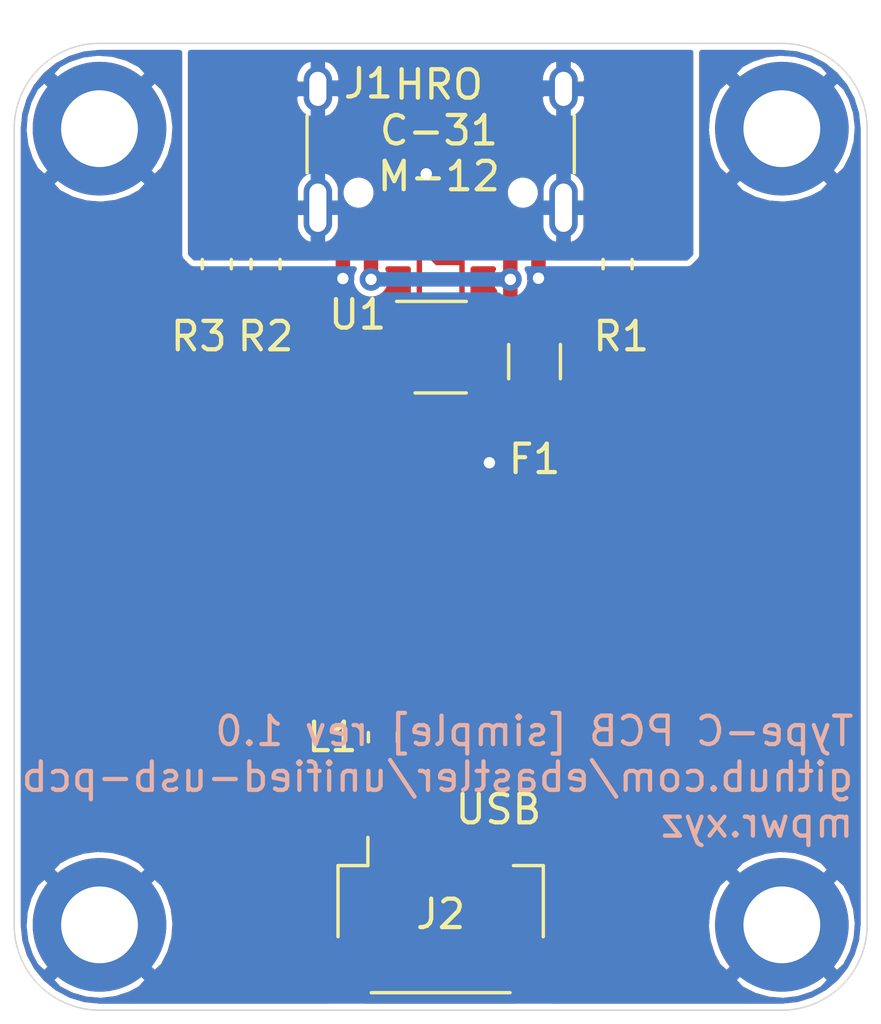
<source format=kicad_pcb>
(kicad_pcb (version 20171130) (host pcbnew "(5.1.5)-3")

  (general
    (thickness 1.6)
    (drawings 11)
    (tracks 82)
    (zones 0)
    (modules 12)
    (nets 13)
  )

  (page A4)
  (layers
    (0 F.Cu signal)
    (31 B.Cu signal)
    (32 B.Adhes user)
    (33 F.Adhes user)
    (34 B.Paste user)
    (35 F.Paste user)
    (36 B.SilkS user)
    (37 F.SilkS user)
    (38 B.Mask user)
    (39 F.Mask user)
    (40 Dwgs.User user)
    (41 Cmts.User user)
    (42 Eco1.User user)
    (43 Eco2.User user)
    (44 Edge.Cuts user)
    (45 Margin user)
    (46 B.CrtYd user)
    (47 F.CrtYd user)
    (48 B.Fab user hide)
    (49 F.Fab user hide)
  )

  (setup
    (last_trace_width 0.1905)
    (user_trace_width 0.254)
    (user_trace_width 0.3048)
    (user_trace_width 0.381)
    (user_trace_width 0.508)
    (trace_clearance 0.1905)
    (zone_clearance 0.2032)
    (zone_45_only no)
    (trace_min 0.127)
    (via_size 0.8)
    (via_drill 0.4)
    (via_min_size 0.6)
    (via_min_drill 0.3)
    (uvia_size 0.3)
    (uvia_drill 0.1)
    (uvias_allowed no)
    (uvia_min_size 0.2)
    (uvia_min_drill 0.1)
    (edge_width 0.05)
    (segment_width 0.2)
    (pcb_text_width 0.3)
    (pcb_text_size 1.5 1.5)
    (mod_edge_width 0.12)
    (mod_text_size 1 1)
    (mod_text_width 0.15)
    (pad_size 1.524 1.524)
    (pad_drill 0.762)
    (pad_to_mask_clearance 0.051)
    (solder_mask_min_width 0.25)
    (aux_axis_origin 15.7594 48.288)
    (grid_origin 30.7594 18.288)
    (visible_elements 7FFFFFFF)
    (pcbplotparams
      (layerselection 0x010fc_ffffffff)
      (usegerberextensions false)
      (usegerberattributes false)
      (usegerberadvancedattributes false)
      (creategerberjobfile false)
      (excludeedgelayer true)
      (linewidth 0.100000)
      (plotframeref false)
      (viasonmask false)
      (mode 1)
      (useauxorigin false)
      (hpglpennumber 1)
      (hpglpenspeed 20)
      (hpglpendiameter 15.000000)
      (psnegative false)
      (psa4output false)
      (plotreference true)
      (plotvalue true)
      (plotinvisibletext false)
      (padsonsilk false)
      (subtractmaskfromsilk false)
      (outputformat 1)
      (mirror false)
      (drillshape 0)
      (scaleselection 1)
      (outputdirectory "./"))
  )

  (net 0 "")
  (net 1 GNDPWR)
  (net 2 VOUT)
  (net 3 "Net-(F1-Pad2)")
  (net 4 USB_D-)
  (net 5 USB_D+)
  (net 6 chgsense)
  (net 7 "Net-(J1-PadB8)")
  (net 8 "Net-(J1-PadA5)")
  (net 9 "Net-(J1-PadA8)")
  (net 10 "Net-(J1-PadB5)")
  (net 11 GND)
  (net 12 Earth)

  (net_class Default "This is the default net class."
    (clearance 0.1905)
    (trace_width 0.1905)
    (via_dia 0.8)
    (via_drill 0.4)
    (uvia_dia 0.3)
    (uvia_drill 0.1)
    (diff_pair_width 0.1905)
    (diff_pair_gap 0.2032)
    (add_net Earth)
    (add_net GND)
    (add_net GNDPWR)
    (add_net "Net-(J1-PadA5)")
    (add_net "Net-(J1-PadA8)")
    (add_net "Net-(J1-PadB5)")
    (add_net "Net-(J1-PadB8)")
    (add_net USB_D+)
    (add_net USB_D-)
    (add_net VOUT)
    (add_net chgsense)
  )

  (net_class power ""
    (clearance 0.1905)
    (trace_width 0.508)
    (via_dia 0.8)
    (via_drill 0.4)
    (uvia_dia 0.3)
    (uvia_drill 0.1)
    (diff_pair_width 0.254)
    (diff_pair_gap 0.254)
    (add_net "Net-(F1-Pad2)")
  )

  (module Connector_USB:USB_C_Receptacle_HRO_TYPE-C-31-M-12 (layer F.Cu) (tedit 5E975E0B) (tstamp 5E97DCBF)
    (at 30.7594 21.938 180)
    (descr "USB Type-C receptacle for USB 2.0 and PD, http://www.krhro.com/uploads/soft/180320/1-1P320120243.pdf")
    (tags "usb usb-c 2.0 pd")
    (path /5E877424)
    (attr smd)
    (fp_text reference J1 (at 2.54 1.237 180) (layer F.SilkS)
      (effects (font (size 1 1) (thickness 0.15)))
    )
    (fp_text value USB_C_Receptacle_USB2.0 (at 0 5.1 180) (layer F.Fab)
      (effects (font (size 1 1) (thickness 0.15)))
    )
    (fp_line (start -4.47 -3.65) (end 4.47 -3.65) (layer F.Fab) (width 0.1))
    (fp_line (start -4.47 -3.65) (end -4.47 3.65) (layer F.Fab) (width 0.1))
    (fp_line (start -4.47 3.65) (end 4.47 3.65) (layer F.Fab) (width 0.1))
    (fp_line (start 4.47 -3.65) (end 4.47 3.65) (layer F.Fab) (width 0.1))
    (fp_text user %R (at 0 0 180) (layer F.Fab)
      (effects (font (size 1 1) (thickness 0.15)))
    )
    (fp_line (start -5.32 -5.27) (end 5.32 -5.27) (layer F.CrtYd) (width 0.05))
    (fp_line (start -5.32 4.15) (end 5.32 4.15) (layer F.CrtYd) (width 0.05))
    (fp_line (start -5.32 -5.27) (end -5.32 4.15) (layer F.CrtYd) (width 0.05))
    (fp_line (start 5.32 -5.27) (end 5.32 4.15) (layer F.CrtYd) (width 0.05))
    (fp_line (start 4.7 -1.9) (end 4.7 0.1) (layer F.SilkS) (width 0.12))
    (fp_line (start -4.7 -1.9) (end -4.7 0.1) (layer F.SilkS) (width 0.12))
    (pad B1 smd rect (at 3.25 -4.045 180) (size 0.6 1.45) (layers F.Cu F.Paste F.Mask)
      (net 1 GNDPWR))
    (pad A9 smd rect (at 2.45 -4.045 180) (size 0.6 1.45) (layers F.Cu F.Paste F.Mask)
      (net 3 "Net-(F1-Pad2)"))
    (pad B9 smd rect (at -2.45 -4.045 180) (size 0.6 1.45) (layers F.Cu F.Paste F.Mask)
      (net 3 "Net-(F1-Pad2)"))
    (pad B12 smd rect (at -3.25 -4.045 180) (size 0.6 1.45) (layers F.Cu F.Paste F.Mask)
      (net 1 GNDPWR))
    (pad A1 smd rect (at -3.25 -4.045 180) (size 0.6 1.45) (layers F.Cu F.Paste F.Mask)
      (net 1 GNDPWR))
    (pad A4 smd rect (at -2.45 -4.045 180) (size 0.6 1.45) (layers F.Cu F.Paste F.Mask)
      (net 3 "Net-(F1-Pad2)"))
    (pad B4 smd rect (at 2.45 -4.045 180) (size 0.6 1.45) (layers F.Cu F.Paste F.Mask)
      (net 3 "Net-(F1-Pad2)"))
    (pad A12 smd rect (at 3.25 -4.045 180) (size 0.6 1.45) (layers F.Cu F.Paste F.Mask)
      (net 1 GNDPWR))
    (pad B8 smd rect (at -1.75 -4.045 180) (size 0.3 1.45) (layers F.Cu F.Paste F.Mask)
      (net 7 "Net-(J1-PadB8)"))
    (pad A5 smd rect (at -1.25 -4.045 180) (size 0.3 1.45) (layers F.Cu F.Paste F.Mask)
      (net 8 "Net-(J1-PadA5)"))
    (pad B7 smd rect (at -0.75 -4.045 180) (size 0.3 1.45) (layers F.Cu F.Paste F.Mask)
      (net 4 USB_D-))
    (pad A7 smd rect (at 0.25 -4.045 180) (size 0.3 1.45) (layers F.Cu F.Paste F.Mask)
      (net 4 USB_D-))
    (pad B6 smd rect (at 0.75 -4.045 180) (size 0.3 1.45) (layers F.Cu F.Paste F.Mask)
      (net 5 USB_D+))
    (pad A8 smd rect (at 1.25 -4.045 180) (size 0.3 1.45) (layers F.Cu F.Paste F.Mask)
      (net 9 "Net-(J1-PadA8)"))
    (pad B5 smd rect (at 1.75 -4.045 180) (size 0.3 1.45) (layers F.Cu F.Paste F.Mask)
      (net 10 "Net-(J1-PadB5)"))
    (pad A6 smd rect (at -0.25 -4.045 180) (size 0.3 1.45) (layers F.Cu F.Paste F.Mask)
      (net 5 USB_D+))
    (pad S1 thru_hole oval (at 4.32 -3.13 180) (size 1 2.1) (drill oval 0.6 1.7) (layers *.Cu *.Mask)
      (net 12 Earth))
    (pad S1 thru_hole oval (at -4.32 -3.13 180) (size 1 2.1) (drill oval 0.6 1.7) (layers *.Cu *.Mask)
      (net 12 Earth))
    (pad "" np_thru_hole circle (at -2.89 -2.6 180) (size 0.65 0.65) (drill 0.65) (layers *.Cu *.Mask))
    (pad S1 thru_hole oval (at -4.32 1.05 180) (size 1 1.6) (drill oval 0.6 1.2) (layers *.Cu *.Mask)
      (net 12 Earth))
    (pad "" np_thru_hole circle (at 2.89 -2.6 180) (size 0.65 0.65) (drill 0.65) (layers *.Cu *.Mask))
    (pad S1 thru_hole oval (at 4.32 1.05 180) (size 1 1.6) (drill oval 0.6 1.2) (layers *.Cu *.Mask)
      (net 12 Earth))
    (model "${KIPRJMOD}/../Type-C.pretty/HRO  TYPE-C-31-M-12.step"
      (offset (xyz -4.4958 -3.6322 0))
      (scale (xyz 1 1 1))
      (rotate (xyz -90 0 0))
    )
  )

  (module Inductor_SMD:L_0603_1608Metric (layer F.Cu) (tedit 5B301BBE) (tstamp 5E8E2A45)
    (at 28.7274 43.688 90)
    (descr "Inductor SMD 0603 (1608 Metric), square (rectangular) end terminal, IPC_7351 nominal, (Body size source: http://www.tortai-tech.com/upload/download/2011102023233369053.pdf), generated with kicad-footprint-generator")
    (tags inductor)
    (path /5E8E3A4F)
    (attr smd)
    (fp_text reference L1 (at 0 -1.778 180) (layer F.SilkS)
      (effects (font (size 1 1) (thickness 0.15)))
    )
    (fp_text value PBY160808T-181Y-N (at 0 1.43 90) (layer F.Fab)
      (effects (font (size 1 1) (thickness 0.15)))
    )
    (fp_text user %R (at 0 0 90) (layer F.Fab)
      (effects (font (size 0.4 0.4) (thickness 0.06)))
    )
    (fp_line (start 1.48 0.73) (end -1.48 0.73) (layer F.CrtYd) (width 0.05))
    (fp_line (start 1.48 -0.73) (end 1.48 0.73) (layer F.CrtYd) (width 0.05))
    (fp_line (start -1.48 -0.73) (end 1.48 -0.73) (layer F.CrtYd) (width 0.05))
    (fp_line (start -1.48 0.73) (end -1.48 -0.73) (layer F.CrtYd) (width 0.05))
    (fp_line (start -0.162779 0.51) (end 0.162779 0.51) (layer F.SilkS) (width 0.12))
    (fp_line (start -0.162779 -0.51) (end 0.162779 -0.51) (layer F.SilkS) (width 0.12))
    (fp_line (start 0.8 0.4) (end -0.8 0.4) (layer F.Fab) (width 0.1))
    (fp_line (start 0.8 -0.4) (end 0.8 0.4) (layer F.Fab) (width 0.1))
    (fp_line (start -0.8 -0.4) (end 0.8 -0.4) (layer F.Fab) (width 0.1))
    (fp_line (start -0.8 0.4) (end -0.8 -0.4) (layer F.Fab) (width 0.1))
    (pad 2 smd roundrect (at 0.7875 0 90) (size 0.875 0.95) (layers F.Cu F.Paste F.Mask) (roundrect_rratio 0.25)
      (net 1 GNDPWR))
    (pad 1 smd roundrect (at -0.7875 0 90) (size 0.875 0.95) (layers F.Cu F.Paste F.Mask) (roundrect_rratio 0.25)
      (net 11 GND))
    (model ${KISYS3DMOD}/Inductor_SMD.3dshapes/L_0603_1608Metric.wrl
      (at (xyz 0 0 0))
      (scale (xyz 1 1 1))
      (rotate (xyz 0 0 0))
    )
  )

  (module MountingHole:MountingHole_2.7mm_M2.5_DIN965_Pad (layer F.Cu) (tedit 56D1B4CB) (tstamp 5E8E4863)
    (at 42.7594 50.288)
    (descr "Mounting Hole 2.7mm, M2.5, DIN965")
    (tags "mounting hole 2.7mm m2.5 din965")
    (path /5E8E0080)
    (attr virtual)
    (fp_text reference H4 (at 0 -3.35) (layer F.SilkS) hide
      (effects (font (size 1 1) (thickness 0.15)))
    )
    (fp_text value MountingHole_Pad (at 0 3.35) (layer F.Fab)
      (effects (font (size 1 1) (thickness 0.15)))
    )
    (fp_circle (center 0 0) (end 2.6 0) (layer F.CrtYd) (width 0.05))
    (fp_circle (center 0 0) (end 2.35 0) (layer Cmts.User) (width 0.15))
    (fp_text user %R (at 0.3 0) (layer F.Fab)
      (effects (font (size 1 1) (thickness 0.15)))
    )
    (pad 1 thru_hole circle (at 0 0) (size 4.7 4.7) (drill 2.7) (layers *.Cu *.Mask)
      (net 1 GNDPWR))
  )

  (module MountingHole:MountingHole_2.7mm_M2.5_DIN965_Pad (layer F.Cu) (tedit 56D1B4CB) (tstamp 5E8EB523)
    (at 18.7594 50.288)
    (descr "Mounting Hole 2.7mm, M2.5, DIN965")
    (tags "mounting hole 2.7mm m2.5 din965")
    (path /5E8DFD93)
    (attr virtual)
    (fp_text reference H3 (at 0 -3.35) (layer F.SilkS) hide
      (effects (font (size 1 1) (thickness 0.15)))
    )
    (fp_text value MountingHole_Pad (at 0 3.35) (layer F.Fab)
      (effects (font (size 1 1) (thickness 0.15)))
    )
    (fp_circle (center 0 0) (end 2.6 0) (layer F.CrtYd) (width 0.05))
    (fp_circle (center 0 0) (end 2.35 0) (layer Cmts.User) (width 0.15))
    (fp_text user %R (at 0.3 0) (layer F.Fab)
      (effects (font (size 1 1) (thickness 0.15)))
    )
    (pad 1 thru_hole circle (at 0 0) (size 4.7 4.7) (drill 2.7) (layers *.Cu *.Mask)
      (net 1 GNDPWR))
  )

  (module MountingHole:MountingHole_2.7mm_M2.5_DIN965_Pad (layer F.Cu) (tedit 56D1B4CB) (tstamp 5E8E0930)
    (at 42.7594 22.288)
    (descr "Mounting Hole 2.7mm, M2.5, DIN965")
    (tags "mounting hole 2.7mm m2.5 din965")
    (path /5E8DF691)
    (attr virtual)
    (fp_text reference H2 (at 0 -3.35) (layer F.SilkS) hide
      (effects (font (size 1 1) (thickness 0.15)))
    )
    (fp_text value MountingHole_Pad (at 0 3.35) (layer F.Fab)
      (effects (font (size 1 1) (thickness 0.15)))
    )
    (fp_circle (center 0 0) (end 2.6 0) (layer F.CrtYd) (width 0.05))
    (fp_circle (center 0 0) (end 2.35 0) (layer Cmts.User) (width 0.15))
    (fp_text user %R (at 0.3 0) (layer F.Fab)
      (effects (font (size 1 1) (thickness 0.15)))
    )
    (pad 1 thru_hole circle (at 0 0) (size 4.7 4.7) (drill 2.7) (layers *.Cu *.Mask)
      (net 1 GNDPWR))
  )

  (module MountingHole:MountingHole_2.7mm_M2.5_DIN965_Pad (layer F.Cu) (tedit 56D1B4CB) (tstamp 5E8E0D2A)
    (at 18.7594 22.288)
    (descr "Mounting Hole 2.7mm, M2.5, DIN965")
    (tags "mounting hole 2.7mm m2.5 din965")
    (path /5E8DE6EE)
    (attr virtual)
    (fp_text reference H1 (at 0 -3.35) (layer F.SilkS) hide
      (effects (font (size 1 1) (thickness 0.15)))
    )
    (fp_text value MountingHole_Pad (at 0 3.35) (layer F.Fab)
      (effects (font (size 1 1) (thickness 0.15)))
    )
    (fp_circle (center 0 0) (end 2.6 0) (layer F.CrtYd) (width 0.05))
    (fp_circle (center 0 0) (end 2.35 0) (layer Cmts.User) (width 0.15))
    (fp_text user %R (at 0.3 0) (layer F.Fab)
      (effects (font (size 1 1) (thickness 0.15)))
    )
    (pad 1 thru_hole circle (at 0 0) (size 4.7 4.7) (drill 2.7) (layers *.Cu *.Mask)
      (net 1 GNDPWR))
  )

  (module Connector_JST:JST_SH_SM05B-SRSS-TB_1x05-1MP_P1.00mm_Horizontal (layer F.Cu) (tedit 5B78AD87) (tstamp 5E8E4915)
    (at 30.7594 49.988)
    (descr "JST SH series connector, SM05B-SRSS-TB (http://www.jst-mfg.com/product/pdf/eng/eSH.pdf), generated with kicad-footprint-generator")
    (tags "connector JST SH top entry")
    (path /5E8A3E4C)
    (attr smd)
    (fp_text reference J2 (at 0 -0.077) (layer F.SilkS)
      (effects (font (size 1 1) (thickness 0.15)))
    )
    (fp_text value USB_Out (at 0 3.98) (layer F.Fab)
      (effects (font (size 1 1) (thickness 0.15)))
    )
    (fp_text user %R (at 0 0) (layer F.Fab)
      (effects (font (size 1 1) (thickness 0.15)))
    )
    (fp_line (start -2 -0.967893) (end -1.5 -1.675) (layer F.Fab) (width 0.1))
    (fp_line (start -2.5 -1.675) (end -2 -0.967893) (layer F.Fab) (width 0.1))
    (fp_line (start 4.4 -3.28) (end -4.4 -3.28) (layer F.CrtYd) (width 0.05))
    (fp_line (start 4.4 3.28) (end 4.4 -3.28) (layer F.CrtYd) (width 0.05))
    (fp_line (start -4.4 3.28) (end 4.4 3.28) (layer F.CrtYd) (width 0.05))
    (fp_line (start -4.4 -3.28) (end -4.4 3.28) (layer F.CrtYd) (width 0.05))
    (fp_line (start 3.5 -1.675) (end 3.5 2.575) (layer F.Fab) (width 0.1))
    (fp_line (start -3.5 -1.675) (end -3.5 2.575) (layer F.Fab) (width 0.1))
    (fp_line (start -3.5 2.575) (end 3.5 2.575) (layer F.Fab) (width 0.1))
    (fp_line (start -2.44 2.685) (end 2.44 2.685) (layer F.SilkS) (width 0.12))
    (fp_line (start 3.61 -1.785) (end 2.56 -1.785) (layer F.SilkS) (width 0.12))
    (fp_line (start 3.61 0.715) (end 3.61 -1.785) (layer F.SilkS) (width 0.12))
    (fp_line (start -2.56 -1.785) (end -2.56 -2.775) (layer F.SilkS) (width 0.12))
    (fp_line (start -3.61 -1.785) (end -2.56 -1.785) (layer F.SilkS) (width 0.12))
    (fp_line (start -3.61 0.715) (end -3.61 -1.785) (layer F.SilkS) (width 0.12))
    (fp_line (start -3.5 -1.675) (end 3.5 -1.675) (layer F.Fab) (width 0.1))
    (pad MP smd roundrect (at 3.3 1.875) (size 1.2 1.8) (layers F.Cu F.Paste F.Mask) (roundrect_rratio 0.208333))
    (pad MP smd roundrect (at -3.3 1.875) (size 1.2 1.8) (layers F.Cu F.Paste F.Mask) (roundrect_rratio 0.208333))
    (pad 5 smd roundrect (at 2 -2) (size 0.6 1.55) (layers F.Cu F.Paste F.Mask) (roundrect_rratio 0.25)
      (net 6 chgsense))
    (pad 4 smd roundrect (at 1 -2) (size 0.6 1.55) (layers F.Cu F.Paste F.Mask) (roundrect_rratio 0.25)
      (net 2 VOUT))
    (pad 3 smd roundrect (at 0 -2) (size 0.6 1.55) (layers F.Cu F.Paste F.Mask) (roundrect_rratio 0.25)
      (net 4 USB_D-))
    (pad 2 smd roundrect (at -1 -2) (size 0.6 1.55) (layers F.Cu F.Paste F.Mask) (roundrect_rratio 0.25)
      (net 5 USB_D+))
    (pad 1 smd roundrect (at -2 -2) (size 0.6 1.55) (layers F.Cu F.Paste F.Mask) (roundrect_rratio 0.25)
      (net 11 GND))
    (model ${KIPRJMOD}/../3d/SM05B-SRSS-TB.STEP
      (offset (xyz 0 1.27 -0.3048))
      (scale (xyz 1 1 1))
      (rotate (xyz -90 0 0))
    )
  )

  (module Resistor_SMD:R_0603_1608Metric (layer F.Cu) (tedit 5B301BBD) (tstamp 5E8E1F0A)
    (at 36.9824 27.051 90)
    (descr "Resistor SMD 0603 (1608 Metric), square (rectangular) end terminal, IPC_7351 nominal, (Body size source: http://www.tortai-tech.com/upload/download/2011102023233369053.pdf), generated with kicad-footprint-generator")
    (tags resistor)
    (path /5E883F2F)
    (attr smd)
    (fp_text reference R1 (at -2.54 0.127) (layer F.SilkS)
      (effects (font (size 1 1) (thickness 0.15)))
    )
    (fp_text value 5,1k (at 0 1.43 90) (layer F.Fab)
      (effects (font (size 1 1) (thickness 0.15)))
    )
    (fp_text user %R (at 0 0 90) (layer F.Fab)
      (effects (font (size 0.4 0.4) (thickness 0.06)))
    )
    (fp_line (start 1.48 0.73) (end -1.48 0.73) (layer F.CrtYd) (width 0.05))
    (fp_line (start 1.48 -0.73) (end 1.48 0.73) (layer F.CrtYd) (width 0.05))
    (fp_line (start -1.48 -0.73) (end 1.48 -0.73) (layer F.CrtYd) (width 0.05))
    (fp_line (start -1.48 0.73) (end -1.48 -0.73) (layer F.CrtYd) (width 0.05))
    (fp_line (start -0.162779 0.51) (end 0.162779 0.51) (layer F.SilkS) (width 0.12))
    (fp_line (start -0.162779 -0.51) (end 0.162779 -0.51) (layer F.SilkS) (width 0.12))
    (fp_line (start 0.8 0.4) (end -0.8 0.4) (layer F.Fab) (width 0.1))
    (fp_line (start 0.8 -0.4) (end 0.8 0.4) (layer F.Fab) (width 0.1))
    (fp_line (start -0.8 -0.4) (end 0.8 -0.4) (layer F.Fab) (width 0.1))
    (fp_line (start -0.8 0.4) (end -0.8 -0.4) (layer F.Fab) (width 0.1))
    (pad 2 smd roundrect (at 0.7875 0 90) (size 0.875 0.95) (layers F.Cu F.Paste F.Mask) (roundrect_rratio 0.25)
      (net 8 "Net-(J1-PadA5)"))
    (pad 1 smd roundrect (at -0.7875 0 90) (size 0.875 0.95) (layers F.Cu F.Paste F.Mask) (roundrect_rratio 0.25)
      (net 1 GNDPWR))
    (model ${KISYS3DMOD}/Resistor_SMD.3dshapes/R_0603_1608Metric.wrl
      (at (xyz 0 0 0))
      (scale (xyz 1 1 1))
      (rotate (xyz 0 0 0))
    )
  )

  (module Resistor_SMD:R_0603_1608Metric (layer F.Cu) (tedit 5B301BBD) (tstamp 5EA7566B)
    (at 24.5999 27.051 90)
    (descr "Resistor SMD 0603 (1608 Metric), square (rectangular) end terminal, IPC_7351 nominal, (Body size source: http://www.tortai-tech.com/upload/download/2011102023233369053.pdf), generated with kicad-footprint-generator")
    (tags resistor)
    (path /5E884A7D)
    (attr smd)
    (fp_text reference R2 (at -2.54 0) (layer F.SilkS)
      (effects (font (size 1 1) (thickness 0.15)))
    )
    (fp_text value 5,1k (at 0 1.43 90) (layer F.Fab)
      (effects (font (size 1 1) (thickness 0.15)))
    )
    (fp_text user %R (at 0 0 90) (layer F.Fab)
      (effects (font (size 0.4 0.4) (thickness 0.06)))
    )
    (fp_line (start 1.48 0.73) (end -1.48 0.73) (layer F.CrtYd) (width 0.05))
    (fp_line (start 1.48 -0.73) (end 1.48 0.73) (layer F.CrtYd) (width 0.05))
    (fp_line (start -1.48 -0.73) (end 1.48 -0.73) (layer F.CrtYd) (width 0.05))
    (fp_line (start -1.48 0.73) (end -1.48 -0.73) (layer F.CrtYd) (width 0.05))
    (fp_line (start -0.162779 0.51) (end 0.162779 0.51) (layer F.SilkS) (width 0.12))
    (fp_line (start -0.162779 -0.51) (end 0.162779 -0.51) (layer F.SilkS) (width 0.12))
    (fp_line (start 0.8 0.4) (end -0.8 0.4) (layer F.Fab) (width 0.1))
    (fp_line (start 0.8 -0.4) (end 0.8 0.4) (layer F.Fab) (width 0.1))
    (fp_line (start -0.8 -0.4) (end 0.8 -0.4) (layer F.Fab) (width 0.1))
    (fp_line (start -0.8 0.4) (end -0.8 -0.4) (layer F.Fab) (width 0.1))
    (pad 2 smd roundrect (at 0.7875 0 90) (size 0.875 0.95) (layers F.Cu F.Paste F.Mask) (roundrect_rratio 0.25)
      (net 10 "Net-(J1-PadB5)"))
    (pad 1 smd roundrect (at -0.7875 0 90) (size 0.875 0.95) (layers F.Cu F.Paste F.Mask) (roundrect_rratio 0.25)
      (net 1 GNDPWR))
    (model ${KISYS3DMOD}/Resistor_SMD.3dshapes/R_0603_1608Metric.wrl
      (at (xyz 0 0 0))
      (scale (xyz 1 1 1))
      (rotate (xyz 0 0 0))
    )
  )

  (module Package_TO_SOT_SMD:SOT-23-6 (layer F.Cu) (tedit 5A02FF57) (tstamp 5E8D94F4)
    (at 30.7594 29.972)
    (descr "6-pin SOT-23 package")
    (tags SOT-23-6)
    (path /5E879BAE)
    (attr smd)
    (fp_text reference U1 (at -2.921 -1.143) (layer F.SilkS)
      (effects (font (size 1 1) (thickness 0.15)))
    )
    (fp_text value SRV05-4 (at 0 2.9) (layer F.Fab)
      (effects (font (size 1 1) (thickness 0.15)))
    )
    (fp_line (start 0.9 -1.55) (end 0.9 1.55) (layer F.Fab) (width 0.1))
    (fp_line (start 0.9 1.55) (end -0.9 1.55) (layer F.Fab) (width 0.1))
    (fp_line (start -0.9 -0.9) (end -0.9 1.55) (layer F.Fab) (width 0.1))
    (fp_line (start 0.9 -1.55) (end -0.25 -1.55) (layer F.Fab) (width 0.1))
    (fp_line (start -0.9 -0.9) (end -0.25 -1.55) (layer F.Fab) (width 0.1))
    (fp_line (start -1.9 -1.8) (end -1.9 1.8) (layer F.CrtYd) (width 0.05))
    (fp_line (start -1.9 1.8) (end 1.9 1.8) (layer F.CrtYd) (width 0.05))
    (fp_line (start 1.9 1.8) (end 1.9 -1.8) (layer F.CrtYd) (width 0.05))
    (fp_line (start 1.9 -1.8) (end -1.9 -1.8) (layer F.CrtYd) (width 0.05))
    (fp_line (start 0.9 -1.61) (end -1.55 -1.61) (layer F.SilkS) (width 0.12))
    (fp_line (start -0.9 1.61) (end 0.9 1.61) (layer F.SilkS) (width 0.12))
    (fp_text user %R (at 0 0 -270) (layer F.Fab)
      (effects (font (size 0.5 0.5) (thickness 0.075)))
    )
    (pad 5 smd rect (at 1.1 0) (size 1.06 0.65) (layers F.Cu F.Paste F.Mask)
      (net 2 VOUT))
    (pad 6 smd rect (at 1.1 -0.95) (size 1.06 0.65) (layers F.Cu F.Paste F.Mask)
      (net 4 USB_D-))
    (pad 4 smd rect (at 1.1 0.95) (size 1.06 0.65) (layers F.Cu F.Paste F.Mask)
      (net 4 USB_D-))
    (pad 3 smd rect (at -1.1 0.95) (size 1.06 0.65) (layers F.Cu F.Paste F.Mask)
      (net 5 USB_D+))
    (pad 2 smd rect (at -1.1 0) (size 1.06 0.65) (layers F.Cu F.Paste F.Mask)
      (net 1 GNDPWR))
    (pad 1 smd rect (at -1.1 -0.95) (size 1.06 0.65) (layers F.Cu F.Paste F.Mask)
      (net 5 USB_D+))
    (model ${KISYS3DMOD}/Package_TO_SOT_SMD.3dshapes/SOT-23-6.wrl
      (at (xyz 0 0 0))
      (scale (xyz 1 1 1))
      (rotate (xyz 0 0 0))
    )
  )

  (module Resistor_SMD:R_0603_1608Metric (layer F.Cu) (tedit 5B301BBD) (tstamp 5EA7563B)
    (at 22.8854 27.051 90)
    (descr "Resistor SMD 0603 (1608 Metric), square (rectangular) end terminal, IPC_7351 nominal, (Body size source: http://www.tortai-tech.com/upload/download/2011102023233369053.pdf), generated with kicad-footprint-generator")
    (tags resistor)
    (path /5E88110B)
    (attr smd)
    (fp_text reference R3 (at -2.54 -0.635 180) (layer F.SilkS)
      (effects (font (size 1 1) (thickness 0.15)))
    )
    (fp_text value 0 (at 0 1.43 90) (layer F.Fab)
      (effects (font (size 1 1) (thickness 0.15)))
    )
    (fp_text user %R (at 0 0 90) (layer F.Fab)
      (effects (font (size 0.4 0.4) (thickness 0.06)))
    )
    (fp_line (start 1.48 0.73) (end -1.48 0.73) (layer F.CrtYd) (width 0.05))
    (fp_line (start 1.48 -0.73) (end 1.48 0.73) (layer F.CrtYd) (width 0.05))
    (fp_line (start -1.48 -0.73) (end 1.48 -0.73) (layer F.CrtYd) (width 0.05))
    (fp_line (start -1.48 0.73) (end -1.48 -0.73) (layer F.CrtYd) (width 0.05))
    (fp_line (start -0.162779 0.51) (end 0.162779 0.51) (layer F.SilkS) (width 0.12))
    (fp_line (start -0.162779 -0.51) (end 0.162779 -0.51) (layer F.SilkS) (width 0.12))
    (fp_line (start 0.8 0.4) (end -0.8 0.4) (layer F.Fab) (width 0.1))
    (fp_line (start 0.8 -0.4) (end 0.8 0.4) (layer F.Fab) (width 0.1))
    (fp_line (start -0.8 -0.4) (end 0.8 -0.4) (layer F.Fab) (width 0.1))
    (fp_line (start -0.8 0.4) (end -0.8 -0.4) (layer F.Fab) (width 0.1))
    (pad 2 smd roundrect (at 0.7875 0 90) (size 0.875 0.95) (layers F.Cu F.Paste F.Mask) (roundrect_rratio 0.25)
      (net 12 Earth))
    (pad 1 smd roundrect (at -0.7875 0 90) (size 0.875 0.95) (layers F.Cu F.Paste F.Mask) (roundrect_rratio 0.25)
      (net 1 GNDPWR))
    (model ${KISYS3DMOD}/Resistor_SMD.3dshapes/R_0603_1608Metric.wrl
      (at (xyz 0 0 0))
      (scale (xyz 1 1 1))
      (rotate (xyz 0 0 0))
    )
  )

  (module Fuse:Fuse_1206_3216Metric (layer F.Cu) (tedit 5B301BBE) (tstamp 5E8D93B1)
    (at 34.0614 30.48 90)
    (descr "Fuse SMD 1206 (3216 Metric), square (rectangular) end terminal, IPC_7351 nominal, (Body size source: http://www.tortai-tech.com/upload/download/2011102023233369053.pdf), generated with kicad-footprint-generator")
    (tags resistor)
    (path /5E887B14)
    (attr smd)
    (fp_text reference F1 (at -3.429 0 180) (layer F.SilkS)
      (effects (font (size 1 1) (thickness 0.15)))
    )
    (fp_text value SCF075-1206R (at 0 1.82 90) (layer F.Fab)
      (effects (font (size 1 1) (thickness 0.15)))
    )
    (fp_text user %R (at 0 0 90) (layer F.Fab)
      (effects (font (size 0.8 0.8) (thickness 0.12)))
    )
    (fp_line (start 2.28 1.12) (end -2.28 1.12) (layer F.CrtYd) (width 0.05))
    (fp_line (start 2.28 -1.12) (end 2.28 1.12) (layer F.CrtYd) (width 0.05))
    (fp_line (start -2.28 -1.12) (end 2.28 -1.12) (layer F.CrtYd) (width 0.05))
    (fp_line (start -2.28 1.12) (end -2.28 -1.12) (layer F.CrtYd) (width 0.05))
    (fp_line (start -0.602064 0.91) (end 0.602064 0.91) (layer F.SilkS) (width 0.12))
    (fp_line (start -0.602064 -0.91) (end 0.602064 -0.91) (layer F.SilkS) (width 0.12))
    (fp_line (start 1.6 0.8) (end -1.6 0.8) (layer F.Fab) (width 0.1))
    (fp_line (start 1.6 -0.8) (end 1.6 0.8) (layer F.Fab) (width 0.1))
    (fp_line (start -1.6 -0.8) (end 1.6 -0.8) (layer F.Fab) (width 0.1))
    (fp_line (start -1.6 0.8) (end -1.6 -0.8) (layer F.Fab) (width 0.1))
    (pad 2 smd roundrect (at 1.4 0 90) (size 1.25 1.75) (layers F.Cu F.Paste F.Mask) (roundrect_rratio 0.2)
      (net 3 "Net-(F1-Pad2)"))
    (pad 1 smd roundrect (at -1.4 0 90) (size 1.25 1.75) (layers F.Cu F.Paste F.Mask) (roundrect_rratio 0.2)
      (net 2 VOUT))
    (model ${KIPRJMOD}/../3d/0ZCJ0035FF2G.step
      (at (xyz 0 0 0))
      (scale (xyz 1 1 1))
      (rotate (xyz 0 0 0))
    )
  )

  (gr_text "HRO\nC-31\nM-12" (at 30.6959 22.352) (layer F.SilkS)
    (effects (font (size 1 1) (thickness 0.15)))
  )
  (gr_text "Type-C PCB [simple] rev 1.0\ngithub.com/ebastler/unified-usb-pcb\nmpwr.xyz" (at 45.3644 45.085) (layer B.SilkS)
    (effects (font (size 1 1) (thickness 0.15)) (justify left mirror))
  )
  (gr_text USB (at 32.7914 46.228) (layer F.SilkS)
    (effects (font (size 1 1) (thickness 0.15)))
  )
  (gr_line (start 45.7594 50.288) (end 45.7594 22.288) (layer Edge.Cuts) (width 0.05) (tstamp 5E8E7CFB))
  (gr_line (start 18.7594 53.288) (end 42.7594 53.288) (layer Edge.Cuts) (width 0.05) (tstamp 5E8E7CFA))
  (gr_line (start 15.7594 22.288) (end 15.7594 50.288) (layer Edge.Cuts) (width 0.05) (tstamp 5E8E7CF9))
  (gr_line (start 42.7594 19.288) (end 18.7594 19.288) (layer Edge.Cuts) (width 0.05) (tstamp 5E8E7CF8))
  (gr_arc (start 42.7594 50.288) (end 42.7594 53.288) (angle -90) (layer Edge.Cuts) (width 0.05))
  (gr_arc (start 18.7594 50.288) (end 15.7594 50.288) (angle -90) (layer Edge.Cuts) (width 0.05))
  (gr_arc (start 18.7594 22.288) (end 18.7594 19.288) (angle -90) (layer Edge.Cuts) (width 0.05))
  (gr_arc (start 42.7594 22.288) (end 45.7594 22.288) (angle -90) (layer Edge.Cuts) (width 0.05))

  (via (at 27.319332 27.558673) (size 0.8) (drill 0.4) (layers F.Cu B.Cu) (net 1))
  (segment (start 27.5094 27.368605) (end 27.319332 27.558673) (width 0.254) (layer F.Cu) (net 1))
  (via (at 34.199111 27.548412) (size 0.8) (drill 0.4) (layers F.Cu B.Cu) (net 1))
  (segment (start 34.0094 27.358701) (end 34.199111 27.548412) (width 0.254) (layer F.Cu) (net 1))
  (segment (start 34.199111 27.548412) (end 34.199111 27.515809) (width 0.254) (layer B.Cu) (net 1))
  (via (at 32.4739 34.036) (size 0.8) (drill 0.4) (layers F.Cu B.Cu) (net 1))
  (segment (start 34.199111 26.172711) (end 34.199111 27.548412) (width 0.508) (layer F.Cu) (net 1))
  (segment (start 34.0094 25.983) (end 34.199111 26.172711) (width 0.508) (layer F.Cu) (net 1))
  (segment (start 27.319332 26.173068) (end 27.319332 27.558673) (width 0.508) (layer F.Cu) (net 1))
  (segment (start 27.5094 25.983) (end 27.319332 26.173068) (width 0.508) (layer F.Cu) (net 1))
  (segment (start 34.0614 31.697498) (end 34.0614 31.88) (width 0.254) (layer F.Cu) (net 2))
  (segment (start 32.335902 29.972) (end 34.0614 31.697498) (width 0.254) (layer F.Cu) (net 2))
  (segment (start 31.8594 29.972) (end 32.335902 29.972) (width 0.254) (layer F.Cu) (net 2))
  (segment (start 32.363144 49.20751) (end 31.7594 48.603766) (width 0.508) (layer F.Cu) (net 2))
  (segment (start 31.7594 48.603766) (end 31.7594 47.988) (width 0.508) (layer F.Cu) (net 2))
  (segment (start 33.155656 49.20751) (end 32.363144 49.20751) (width 0.508) (layer F.Cu) (net 2))
  (segment (start 34.0614 48.301766) (end 33.155656 49.20751) (width 0.508) (layer F.Cu) (net 2))
  (segment (start 34.0614 31.88) (end 34.0614 48.301766) (width 0.508) (layer F.Cu) (net 2))
  (via (at 33.2094 27.588) (size 0.8) (drill 0.4) (layers F.Cu B.Cu) (net 3))
  (via (at 28.3094 27.588) (size 0.8) (drill 0.4) (layers F.Cu B.Cu) (net 3))
  (segment (start 28.3094 27.588) (end 33.2094 27.588) (width 0.508) (layer B.Cu) (net 3))
  (segment (start 33.2094 27.588) (end 33.2094 25.9398) (width 0.508) (layer F.Cu) (net 3))
  (segment (start 28.3094 25.9398) (end 28.3094 27.588) (width 0.508) (layer F.Cu) (net 3))
  (segment (start 33.2094 28.228) (end 34.0614 29.08) (width 0.508) (layer F.Cu) (net 3))
  (segment (start 33.2094 27.588) (end 33.2094 28.228) (width 0.508) (layer F.Cu) (net 3))
  (segment (start 31.043649 30.525601) (end 31.043649 29.418399) (width 0.1905) (layer F.Cu) (net 4))
  (segment (start 31.043649 29.418399) (end 31.440048 29.022) (width 0.1905) (layer F.Cu) (net 4))
  (segment (start 31.440048 30.922) (end 31.043649 30.525601) (width 0.1905) (layer F.Cu) (net 4))
  (segment (start 31.440048 29.022) (end 31.8594 29.022) (width 0.1905) (layer F.Cu) (net 4))
  (segment (start 31.8594 30.922) (end 31.440048 30.922) (width 0.1905) (layer F.Cu) (net 4))
  (segment (start 31.5094 26.872352) (end 31.5094 25.983) (width 0.1905) (layer F.Cu) (net 4))
  (segment (start 30.5094 26.872352) (end 30.630799 26.993751) (width 0.1905) (layer F.Cu) (net 4))
  (segment (start 31.388001 26.993751) (end 31.5094 26.872352) (width 0.1905) (layer F.Cu) (net 4))
  (segment (start 30.630799 26.993751) (end 31.388001 26.993751) (width 0.1905) (layer F.Cu) (net 4))
  (segment (start 30.5094 25.983) (end 30.5094 26.872352) (width 0.1905) (layer F.Cu) (net 4))
  (segment (start 31.5094 28.672) (end 31.8594 29.022) (width 0.1905) (layer F.Cu) (net 4))
  (segment (start 31.5094 25.983) (end 31.5094 28.672) (width 0.1905) (layer F.Cu) (net 4))
  (segment (start 31.8594 31.717001) (end 31.8594 30.922) (width 0.1905) (layer F.Cu) (net 4))
  (segment (start 30.95625 32.620151) (end 31.8594 31.717001) (width 0.1905) (layer F.Cu) (net 4))
  (segment (start 31.115 45.9994) (end 31.115 45.8343) (width 0.1905) (layer F.Cu) (net 4))
  (segment (start 30.95625 46.15815) (end 31.115 45.9994) (width 0.1905) (layer F.Cu) (net 4))
  (segment (start 31.115 45.8343) (end 30.95625 45.67555) (width 0.1905) (layer F.Cu) (net 4))
  (segment (start 30.7594 47.0281) (end 31.115 46.6725) (width 0.1905) (layer F.Cu) (net 4))
  (segment (start 30.7594 47.988) (end 30.7594 47.0281) (width 0.1905) (layer F.Cu) (net 4))
  (segment (start 31.115 46.6725) (end 31.115 46.4947) (width 0.1905) (layer F.Cu) (net 4))
  (segment (start 31.115 46.4947) (end 30.95625 46.33595) (width 0.1905) (layer F.Cu) (net 4))
  (segment (start 30.95625 45.67555) (end 30.95625 32.620151) (width 0.1905) (layer F.Cu) (net 4))
  (segment (start 30.95625 46.33595) (end 30.95625 46.15815) (width 0.1905) (layer F.Cu) (net 4))
  (segment (start 30.475151 29.418399) (end 30.078752 29.022) (width 0.1905) (layer F.Cu) (net 5))
  (segment (start 30.475151 30.525601) (end 30.475151 29.418399) (width 0.1905) (layer F.Cu) (net 5))
  (segment (start 30.078752 29.022) (end 29.6594 29.022) (width 0.1905) (layer F.Cu) (net 5))
  (segment (start 30.078752 30.922) (end 30.475151 30.525601) (width 0.1905) (layer F.Cu) (net 5))
  (segment (start 29.6594 30.922) (end 30.078752 30.922) (width 0.1905) (layer F.Cu) (net 5))
  (segment (start 31.0094 25.093648) (end 31.0094 25.983) (width 0.1905) (layer F.Cu) (net 5))
  (segment (start 30.888001 24.972249) (end 31.0094 25.093648) (width 0.1905) (layer F.Cu) (net 5))
  (segment (start 30.130799 24.972249) (end 30.888001 24.972249) (width 0.1905) (layer F.Cu) (net 5))
  (segment (start 30.0094 25.093648) (end 30.130799 24.972249) (width 0.1905) (layer F.Cu) (net 5))
  (segment (start 30.0094 25.983) (end 30.0094 25.093648) (width 0.1905) (layer F.Cu) (net 5))
  (segment (start 30.0094 28.672) (end 30.0094 25.983) (width 0.1905) (layer F.Cu) (net 5))
  (segment (start 29.6594 29.022) (end 30.0094 28.672) (width 0.1905) (layer F.Cu) (net 5))
  (segment (start 29.6594 31.717001) (end 29.6594 30.922) (width 0.1905) (layer F.Cu) (net 5))
  (segment (start 30.56255 46.23485) (end 30.56255 32.620151) (width 0.1905) (layer F.Cu) (net 5))
  (segment (start 30.56255 32.620151) (end 29.6594 31.717001) (width 0.1905) (layer F.Cu) (net 5))
  (segment (start 29.7594 47.988) (end 29.7594 47.038) (width 0.1905) (layer F.Cu) (net 5))
  (segment (start 29.7594 47.038) (end 30.56255 46.23485) (width 0.1905) (layer F.Cu) (net 5))
  (segment (start 35.4584 22.86) (end 36.9824 24.384) (width 0.254) (layer F.Cu) (net 8))
  (segment (start 33.2994 22.86) (end 35.4584 22.86) (width 0.254) (layer F.Cu) (net 8))
  (segment (start 32.0094 25.983) (end 32.0094 24.15) (width 0.254) (layer F.Cu) (net 8))
  (segment (start 32.0094 24.15) (end 33.2994 22.86) (width 0.254) (layer F.Cu) (net 8))
  (segment (start 36.9824 24.384) (end 36.9824 26.2635) (width 0.254) (layer F.Cu) (net 8))
  (segment (start 27.7314 22.86) (end 29.0094 24.138) (width 0.254) (layer F.Cu) (net 10))
  (segment (start 26.16377 22.86) (end 27.7314 22.86) (width 0.254) (layer F.Cu) (net 10))
  (segment (start 29.0094 24.138) (end 29.0094 25.9398) (width 0.254) (layer F.Cu) (net 10))
  (segment (start 24.5999 26.2635) (end 24.5999 24.42387) (width 0.254) (layer F.Cu) (net 10))
  (segment (start 24.5999 24.42387) (end 26.16377 22.86) (width 0.254) (layer F.Cu) (net 10))
  (segment (start 28.7274 47.956) (end 28.7594 47.988) (width 0.508) (layer F.Cu) (net 11))
  (segment (start 28.7274 44.4755) (end 28.7274 47.956) (width 0.508) (layer F.Cu) (net 11))
  (segment (start 35.0794 20.8448) (end 35.0794 25.0248) (width 0.508) (layer B.Cu) (net 12))
  (segment (start 26.4394 20.8448) (end 35.0794 20.8448) (width 0.508) (layer B.Cu) (net 12) (tstamp 5E8E7DA0))
  (segment (start 26.4394 20.8448) (end 26.4394 25.0248) (width 0.508) (layer B.Cu) (net 12))
  (via (at 30.2514 23.876) (size 0.8) (drill 0.4) (layers F.Cu B.Cu) (net 12))
  (segment (start 26.4246 20.8448) (end 26.4394 20.8448) (width 0.508) (layer F.Cu) (net 12))

  (zone (net 1) (net_name GNDPWR) (layer F.Cu) (tstamp 5EA79DC7) (hatch edge 0.508)
    (connect_pads (clearance 0.2032))
    (min_thickness 0.1905)
    (fill yes (arc_segments 32) (thermal_gap 0.2032) (thermal_bridge_width 0.508) (smoothing chamfer) (radius 0.2032))
    (polygon
      (pts
        (xy 46.2594 53.788) (xy 15.2594 53.788) (xy 15.2594 17.788) (xy 46.2594 17.788)
      )
    )
    (filled_polygon
      (pts
        (xy 21.57095 26.7208) (xy 21.576685 26.779025) (xy 21.593668 26.835012) (xy 21.621248 26.88661) (xy 21.658364 26.931836)
        (xy 21.861564 27.135036) (xy 21.90679 27.172152) (xy 21.958388 27.199732) (xy 22.014375 27.216715) (xy 22.0726 27.22245)
        (xy 22.170844 27.22245) (xy 22.161047 27.234388) (xy 22.133334 27.286236) (xy 22.116268 27.342494) (xy 22.110506 27.401)
        (xy 22.11195 27.605138) (xy 22.186562 27.67975) (xy 22.72665 27.67975) (xy 22.72665 27.65975) (xy 23.04415 27.65975)
        (xy 23.04415 27.67975) (xy 23.584238 27.67975) (xy 23.65885 27.605138) (xy 23.660294 27.401) (xy 23.654532 27.342494)
        (xy 23.637466 27.286236) (xy 23.609753 27.234388) (xy 23.599956 27.22245) (xy 23.885344 27.22245) (xy 23.875547 27.234388)
        (xy 23.847834 27.286236) (xy 23.830768 27.342494) (xy 23.825006 27.401) (xy 23.82645 27.605138) (xy 23.901062 27.67975)
        (xy 24.44115 27.67975) (xy 24.44115 27.65975) (xy 24.75865 27.65975) (xy 24.75865 27.67975) (xy 25.298738 27.67975)
        (xy 25.37335 27.605138) (xy 25.374794 27.401) (xy 25.369032 27.342494) (xy 25.351966 27.286236) (xy 25.324253 27.234388)
        (xy 25.314456 27.22245) (xy 27.713633 27.22245) (xy 27.690441 27.25716) (xy 27.637791 27.38427) (xy 27.61095 27.519209)
        (xy 27.61095 27.656791) (xy 27.637791 27.79173) (xy 27.690441 27.91884) (xy 27.766878 28.033236) (xy 27.864164 28.130522)
        (xy 27.97856 28.206959) (xy 28.10567 28.259609) (xy 28.240609 28.28645) (xy 28.378191 28.28645) (xy 28.51313 28.259609)
        (xy 28.64024 28.206959) (xy 28.754636 28.130522) (xy 28.851922 28.033236) (xy 28.928359 27.91884) (xy 28.981009 27.79173)
        (xy 29.00785 27.656791) (xy 29.00785 27.519209) (xy 28.981009 27.38427) (xy 28.928359 27.25716) (xy 28.905167 27.22245)
        (xy 29.615701 27.22245) (xy 29.6157 28.397106) (xy 29.1294 28.397106) (xy 29.070894 28.402868) (xy 29.014636 28.419934)
        (xy 28.962788 28.447647) (xy 28.917343 28.484943) (xy 28.880047 28.530388) (xy 28.852334 28.582236) (xy 28.835268 28.638494)
        (xy 28.829506 28.697) (xy 28.829506 29.347) (xy 28.835268 29.405506) (xy 28.852334 29.461764) (xy 28.871168 29.497)
        (xy 28.852334 29.532236) (xy 28.835268 29.588494) (xy 28.829506 29.647) (xy 28.83095 29.738638) (xy 28.905562 29.81325)
        (xy 29.50065 29.81325) (xy 29.50065 29.79325) (xy 29.81815 29.79325) (xy 29.81815 29.81325) (xy 29.83815 29.81325)
        (xy 29.83815 30.13075) (xy 29.81815 30.13075) (xy 29.81815 30.15075) (xy 29.50065 30.15075) (xy 29.50065 30.13075)
        (xy 28.905562 30.13075) (xy 28.83095 30.205362) (xy 28.829506 30.297) (xy 28.835268 30.355506) (xy 28.852334 30.411764)
        (xy 28.871168 30.447) (xy 28.852334 30.482236) (xy 28.835268 30.538494) (xy 28.829506 30.597) (xy 28.829506 31.247)
        (xy 28.835268 31.305506) (xy 28.852334 31.361764) (xy 28.880047 31.413612) (xy 28.917343 31.459057) (xy 28.962788 31.496353)
        (xy 29.014636 31.524066) (xy 29.070894 31.541132) (xy 29.1294 31.546894) (xy 29.2657 31.546894) (xy 29.2657 31.697678)
        (xy 29.263797 31.717001) (xy 29.2657 31.736323) (xy 29.2657 31.736333) (xy 29.271397 31.794179) (xy 29.29391 31.868391)
        (xy 29.330467 31.936786) (xy 29.379666 31.996735) (xy 29.394685 32.009061) (xy 30.168851 32.783228) (xy 30.16885 46.071774)
        (xy 29.49468 46.745945) (xy 29.479667 46.758266) (xy 29.467346 46.773279) (xy 29.467342 46.773283) (xy 29.430467 46.818215)
        (xy 29.39391 46.88661) (xy 29.371398 46.960822) (xy 29.36914 46.983749) (xy 29.359452 46.988927) (xy 29.291277 47.044877)
        (xy 29.27985 47.058801) (xy 29.27985 45.118875) (xy 29.350387 45.060987) (xy 29.414887 44.982393) (xy 29.462815 44.892726)
        (xy 29.492328 44.795432) (xy 29.502294 44.69425) (xy 29.502294 44.25675) (xy 29.492328 44.155568) (xy 29.462815 44.058274)
        (xy 29.414887 43.968607) (xy 29.350387 43.890013) (xy 29.271793 43.825513) (xy 29.182126 43.777585) (xy 29.084832 43.748072)
        (xy 28.98365 43.738106) (xy 28.47115 43.738106) (xy 28.369968 43.748072) (xy 28.272674 43.777585) (xy 28.183007 43.825513)
        (xy 28.104413 43.890013) (xy 28.039913 43.968607) (xy 27.991985 44.058274) (xy 27.962472 44.155568) (xy 27.952506 44.25675)
        (xy 27.952506 44.69425) (xy 27.962472 44.795432) (xy 27.991985 44.892726) (xy 28.039913 44.982393) (xy 28.104413 45.060987)
        (xy 28.17495 45.118875) (xy 28.174951 47.252814) (xy 28.168151 47.27523) (xy 28.159506 47.363) (xy 28.159506 48.613)
        (xy 28.168151 48.70077) (xy 28.193752 48.785167) (xy 28.235327 48.862948) (xy 28.291277 48.931123) (xy 28.359452 48.987073)
        (xy 28.437233 49.028648) (xy 28.52163 49.054249) (xy 28.6094 49.062894) (xy 28.9094 49.062894) (xy 28.99717 49.054249)
        (xy 29.081567 49.028648) (xy 29.159348 48.987073) (xy 29.227523 48.931123) (xy 29.2594 48.892281) (xy 29.291277 48.931123)
        (xy 29.359452 48.987073) (xy 29.437233 49.028648) (xy 29.52163 49.054249) (xy 29.6094 49.062894) (xy 29.9094 49.062894)
        (xy 29.99717 49.054249) (xy 30.081567 49.028648) (xy 30.159348 48.987073) (xy 30.227523 48.931123) (xy 30.2594 48.892281)
        (xy 30.291277 48.931123) (xy 30.359452 48.987073) (xy 30.437233 49.028648) (xy 30.52163 49.054249) (xy 30.6094 49.062894)
        (xy 30.9094 49.062894) (xy 30.99717 49.054249) (xy 31.081567 49.028648) (xy 31.159348 48.987073) (xy 31.227523 48.931123)
        (xy 31.2594 48.892281) (xy 31.291277 48.931123) (xy 31.358983 48.986688) (xy 31.366869 48.996297) (xy 31.387955 49.013602)
        (xy 31.953312 49.57896) (xy 31.970613 49.600041) (xy 32.054734 49.669078) (xy 32.150708 49.720377) (xy 32.223255 49.742383)
        (xy 32.254844 49.751966) (xy 32.264798 49.752946) (xy 32.336006 49.75996) (xy 32.336013 49.75996) (xy 32.363144 49.762632)
        (xy 32.390275 49.75996) (xy 33.128525 49.75996) (xy 33.155656 49.762632) (xy 33.182787 49.75996) (xy 33.182794 49.75996)
        (xy 33.263955 49.751966) (xy 33.368092 49.720377) (xy 33.464066 49.669078) (xy 33.548187 49.600041) (xy 33.565492 49.578955)
        (xy 34.43285 48.711598) (xy 34.453931 48.694297) (xy 34.522968 48.610176) (xy 34.574267 48.514202) (xy 34.605856 48.410065)
        (xy 34.611756 48.350155) (xy 41.046061 48.350155) (xy 42.7594 50.063494) (xy 44.472739 48.350155) (xy 44.192435 48.045514)
        (xy 43.727413 47.809031) (xy 43.22519 47.667814) (xy 42.705067 47.627289) (xy 42.187032 47.689014) (xy 41.690992 47.850616)
        (xy 41.326365 48.045514) (xy 41.046061 48.350155) (xy 34.611756 48.350155) (xy 34.61385 48.328904) (xy 34.61385 48.328898)
        (xy 34.616522 48.301767) (xy 34.61385 48.274636) (xy 34.61385 32.804894) (xy 34.6864 32.804894) (xy 34.793679 32.794328)
        (xy 34.896835 32.763036) (xy 34.991905 32.71222) (xy 35.075234 32.643834) (xy 35.14362 32.560505) (xy 35.194436 32.465435)
        (xy 35.225728 32.362279) (xy 35.236294 32.255) (xy 35.236294 31.505) (xy 35.225728 31.397721) (xy 35.194436 31.294565)
        (xy 35.14362 31.199495) (xy 35.075234 31.116166) (xy 34.991905 31.04778) (xy 34.896835 30.996964) (xy 34.793679 30.965672)
        (xy 34.6864 30.955106) (xy 33.920685 30.955106) (xy 32.689294 29.723716) (xy 32.689294 29.647) (xy 32.683532 29.588494)
        (xy 32.666466 29.532236) (xy 32.647632 29.497) (xy 32.666466 29.461764) (xy 32.683532 29.405506) (xy 32.689294 29.347)
        (xy 32.689294 28.697) (xy 32.683532 28.638494) (xy 32.666466 28.582236) (xy 32.638753 28.530388) (xy 32.601457 28.484943)
        (xy 32.556012 28.447647) (xy 32.504164 28.419934) (xy 32.447906 28.402868) (xy 32.3894 28.397106) (xy 31.9031 28.397106)
        (xy 31.9031 27.22245) (xy 32.613633 27.22245) (xy 32.590441 27.25716) (xy 32.537791 27.38427) (xy 32.51095 27.519209)
        (xy 32.51095 27.656791) (xy 32.537791 27.79173) (xy 32.590441 27.91884) (xy 32.65695 28.018378) (xy 32.65695 28.200869)
        (xy 32.654278 28.228) (xy 32.65695 28.255131) (xy 32.65695 28.255138) (xy 32.664944 28.336299) (xy 32.696534 28.440436)
        (xy 32.747833 28.53641) (xy 32.81687 28.620531) (xy 32.83795 28.637831) (xy 32.888175 28.688056) (xy 32.886506 28.705)
        (xy 32.886506 29.455) (xy 32.897072 29.562279) (xy 32.928364 29.665435) (xy 32.97918 29.760505) (xy 33.047566 29.843834)
        (xy 33.130895 29.91222) (xy 33.225965 29.963036) (xy 33.329121 29.994328) (xy 33.4364 30.004894) (xy 34.6864 30.004894)
        (xy 34.793679 29.994328) (xy 34.896835 29.963036) (xy 34.991905 29.91222) (xy 35.075234 29.843834) (xy 35.14362 29.760505)
        (xy 35.194436 29.665435) (xy 35.225728 29.562279) (xy 35.236294 29.455) (xy 35.236294 28.705) (xy 35.225728 28.597721)
        (xy 35.194436 28.494565) (xy 35.14362 28.399495) (xy 35.075234 28.316166) (xy 35.026292 28.276) (xy 36.207506 28.276)
        (xy 36.213268 28.334506) (xy 36.230334 28.390764) (xy 36.258047 28.442612) (xy 36.295343 28.488057) (xy 36.340788 28.525353)
        (xy 36.392636 28.553066) (xy 36.448894 28.570132) (xy 36.5074 28.575894) (xy 36.749038 28.57445) (xy 36.82365 28.499838)
        (xy 36.82365 27.99725) (xy 37.14115 27.99725) (xy 37.14115 28.499838) (xy 37.215762 28.57445) (xy 37.4574 28.575894)
        (xy 37.515906 28.570132) (xy 37.572164 28.553066) (xy 37.624012 28.525353) (xy 37.669457 28.488057) (xy 37.706753 28.442612)
        (xy 37.734466 28.390764) (xy 37.751532 28.334506) (xy 37.757294 28.276) (xy 37.75585 28.071862) (xy 37.681238 27.99725)
        (xy 37.14115 27.99725) (xy 36.82365 27.99725) (xy 36.283562 27.99725) (xy 36.20895 28.071862) (xy 36.207506 28.276)
        (xy 35.026292 28.276) (xy 34.991905 28.24778) (xy 34.896835 28.196964) (xy 34.793679 28.165672) (xy 34.6864 28.155106)
        (xy 33.917787 28.155106) (xy 33.769544 28.006863) (xy 33.828359 27.91884) (xy 33.881009 27.79173) (xy 33.90785 27.656791)
        (xy 33.90785 27.519209) (xy 33.881009 27.38427) (xy 33.828359 27.25716) (xy 33.805167 27.22245) (xy 36.267844 27.22245)
        (xy 36.258047 27.234388) (xy 36.230334 27.286236) (xy 36.213268 27.342494) (xy 36.207506 27.401) (xy 36.20895 27.605138)
        (xy 36.283562 27.67975) (xy 36.82365 27.67975) (xy 36.82365 27.65975) (xy 37.14115 27.65975) (xy 37.14115 27.67975)
        (xy 37.681238 27.67975) (xy 37.75585 27.605138) (xy 37.757294 27.401) (xy 37.751532 27.342494) (xy 37.734466 27.286236)
        (xy 37.706753 27.234388) (xy 37.696956 27.22245) (xy 39.4462 27.22245) (xy 39.504425 27.216715) (xy 39.560412 27.199732)
        (xy 39.61201 27.172152) (xy 39.657236 27.135036) (xy 39.860436 26.931836) (xy 39.897552 26.88661) (xy 39.925132 26.835012)
        (xy 39.942115 26.779025) (xy 39.94785 26.7208) (xy 39.94785 24.225845) (xy 41.046061 24.225845) (xy 41.326365 24.530486)
        (xy 41.791387 24.766969) (xy 42.29361 24.908186) (xy 42.813733 24.948711) (xy 43.331768 24.886986) (xy 43.827808 24.725384)
        (xy 44.192435 24.530486) (xy 44.472739 24.225845) (xy 42.7594 22.512506) (xy 41.046061 24.225845) (xy 39.94785 24.225845)
        (xy 39.94785 22.342333) (xy 40.098689 22.342333) (xy 40.160414 22.860368) (xy 40.322016 23.356408) (xy 40.516914 23.721035)
        (xy 40.821555 24.001339) (xy 42.534894 22.288) (xy 42.983906 22.288) (xy 44.697245 24.001339) (xy 45.001886 23.721035)
        (xy 45.238369 23.256013) (xy 45.379586 22.75379) (xy 45.420111 22.233667) (xy 45.358386 21.715632) (xy 45.196784 21.219592)
        (xy 45.001886 20.854965) (xy 44.697245 20.574661) (xy 42.983906 22.288) (xy 42.534894 22.288) (xy 40.821555 20.574661)
        (xy 40.516914 20.854965) (xy 40.280431 21.319987) (xy 40.139214 21.82221) (xy 40.098689 22.342333) (xy 39.94785 22.342333)
        (xy 39.94785 20.350155) (xy 41.046061 20.350155) (xy 42.7594 22.063494) (xy 44.472739 20.350155) (xy 44.192435 20.045514)
        (xy 43.727413 19.809031) (xy 43.22519 19.667814) (xy 42.705067 19.627289) (xy 42.187032 19.689014) (xy 41.690992 19.850616)
        (xy 41.326365 20.045514) (xy 41.046061 20.350155) (xy 39.94785 20.350155) (xy 39.94785 19.61145) (xy 42.743584 19.61145)
        (xy 43.278976 19.663946) (xy 43.778761 19.81484) (xy 44.239722 20.059937) (xy 44.644298 20.389901) (xy 44.977073 20.792157)
        (xy 45.225382 21.251396) (xy 45.379763 21.750119) (xy 45.435936 22.284568) (xy 45.435951 22.28884) (xy 45.43595 50.272184)
        (xy 45.383454 50.807575) (xy 45.232559 51.307363) (xy 44.987462 51.768325) (xy 44.657499 52.172898) (xy 44.25524 52.505676)
        (xy 43.796004 52.753982) (xy 43.297282 52.908363) (xy 42.762831 52.964536) (xy 42.758847 52.96455) (xy 34.721814 52.96455)
        (xy 34.798234 52.901834) (xy 34.86662 52.818505) (xy 34.917436 52.723436) (xy 34.948728 52.62028) (xy 34.959294 52.513001)
        (xy 34.959294 52.225845) (xy 41.046061 52.225845) (xy 41.326365 52.530486) (xy 41.791387 52.766969) (xy 42.29361 52.908186)
        (xy 42.813733 52.948711) (xy 43.331768 52.886986) (xy 43.827808 52.725384) (xy 44.192435 52.530486) (xy 44.472739 52.225845)
        (xy 42.7594 50.512506) (xy 41.046061 52.225845) (xy 34.959294 52.225845) (xy 34.959294 51.212999) (xy 34.948728 51.10572)
        (xy 34.917436 51.002564) (xy 34.86662 50.907495) (xy 34.798234 50.824166) (xy 34.714905 50.75578) (xy 34.619836 50.704964)
        (xy 34.51668 50.673672) (xy 34.409401 50.663106) (xy 33.709399 50.663106) (xy 33.60212 50.673672) (xy 33.498964 50.704964)
        (xy 33.403895 50.75578) (xy 33.320566 50.824166) (xy 33.25218 50.907495) (xy 33.201364 51.002564) (xy 33.170072 51.10572)
        (xy 33.159506 51.212999) (xy 33.159506 52.513001) (xy 33.170072 52.62028) (xy 33.201364 52.723436) (xy 33.25218 52.818505)
        (xy 33.320566 52.901834) (xy 33.396986 52.96455) (xy 28.121814 52.96455) (xy 28.198234 52.901834) (xy 28.26662 52.818505)
        (xy 28.317436 52.723436) (xy 28.348728 52.62028) (xy 28.359294 52.513001) (xy 28.359294 51.212999) (xy 28.348728 51.10572)
        (xy 28.317436 51.002564) (xy 28.26662 50.907495) (xy 28.198234 50.824166) (xy 28.114905 50.75578) (xy 28.019836 50.704964)
        (xy 27.91668 50.673672) (xy 27.809401 50.663106) (xy 27.109399 50.663106) (xy 27.00212 50.673672) (xy 26.898964 50.704964)
        (xy 26.803895 50.75578) (xy 26.720566 50.824166) (xy 26.65218 50.907495) (xy 26.601364 51.002564) (xy 26.570072 51.10572)
        (xy 26.559506 51.212999) (xy 26.559506 52.513001) (xy 26.570072 52.62028) (xy 26.601364 52.723436) (xy 26.65218 52.818505)
        (xy 26.720566 52.901834) (xy 26.796986 52.96455) (xy 18.775216 52.96455) (xy 18.239825 52.912054) (xy 17.740037 52.761159)
        (xy 17.279075 52.516062) (xy 16.923236 52.225845) (xy 17.046061 52.225845) (xy 17.326365 52.530486) (xy 17.791387 52.766969)
        (xy 18.29361 52.908186) (xy 18.813733 52.948711) (xy 19.331768 52.886986) (xy 19.827808 52.725384) (xy 20.192435 52.530486)
        (xy 20.472739 52.225845) (xy 18.7594 50.512506) (xy 17.046061 52.225845) (xy 16.923236 52.225845) (xy 16.874502 52.186099)
        (xy 16.541724 51.78384) (xy 16.293418 51.324604) (xy 16.139037 50.825882) (xy 16.088215 50.342333) (xy 16.098689 50.342333)
        (xy 16.160414 50.860368) (xy 16.322016 51.356408) (xy 16.516914 51.721035) (xy 16.821555 52.001339) (xy 18.534894 50.288)
        (xy 18.983906 50.288) (xy 20.697245 52.001339) (xy 21.001886 51.721035) (xy 21.238369 51.256013) (xy 21.379586 50.75379)
        (xy 21.411644 50.342333) (xy 40.098689 50.342333) (xy 40.160414 50.860368) (xy 40.322016 51.356408) (xy 40.516914 51.721035)
        (xy 40.821555 52.001339) (xy 42.534894 50.288) (xy 42.983906 50.288) (xy 44.697245 52.001339) (xy 45.001886 51.721035)
        (xy 45.238369 51.256013) (xy 45.379586 50.75379) (xy 45.420111 50.233667) (xy 45.358386 49.715632) (xy 45.196784 49.219592)
        (xy 45.001886 48.854965) (xy 44.697245 48.574661) (xy 42.983906 50.288) (xy 42.534894 50.288) (xy 40.821555 48.574661)
        (xy 40.516914 48.854965) (xy 40.280431 49.319987) (xy 40.139214 49.82221) (xy 40.098689 50.342333) (xy 21.411644 50.342333)
        (xy 21.420111 50.233667) (xy 21.358386 49.715632) (xy 21.196784 49.219592) (xy 21.001886 48.854965) (xy 20.697245 48.574661)
        (xy 18.983906 50.288) (xy 18.534894 50.288) (xy 16.821555 48.574661) (xy 16.516914 48.854965) (xy 16.280431 49.319987)
        (xy 16.139214 49.82221) (xy 16.098689 50.342333) (xy 16.088215 50.342333) (xy 16.082864 50.291431) (xy 16.08285 50.287447)
        (xy 16.08285 48.350155) (xy 17.046061 48.350155) (xy 18.7594 50.063494) (xy 20.472739 48.350155) (xy 20.192435 48.045514)
        (xy 19.727413 47.809031) (xy 19.22519 47.667814) (xy 18.705067 47.627289) (xy 18.187032 47.689014) (xy 17.690992 47.850616)
        (xy 17.326365 48.045514) (xy 17.046061 48.350155) (xy 16.08285 48.350155) (xy 16.08285 43.338) (xy 27.952506 43.338)
        (xy 27.958268 43.396506) (xy 27.975334 43.452764) (xy 28.003047 43.504612) (xy 28.040343 43.550057) (xy 28.085788 43.587353)
        (xy 28.137636 43.615066) (xy 28.193894 43.632132) (xy 28.2524 43.637894) (xy 28.494038 43.63645) (xy 28.56865 43.561838)
        (xy 28.56865 43.05925) (xy 28.88615 43.05925) (xy 28.88615 43.561838) (xy 28.960762 43.63645) (xy 29.2024 43.637894)
        (xy 29.260906 43.632132) (xy 29.317164 43.615066) (xy 29.369012 43.587353) (xy 29.414457 43.550057) (xy 29.451753 43.504612)
        (xy 29.479466 43.452764) (xy 29.496532 43.396506) (xy 29.502294 43.338) (xy 29.50085 43.133862) (xy 29.426238 43.05925)
        (xy 28.88615 43.05925) (xy 28.56865 43.05925) (xy 28.028562 43.05925) (xy 27.95395 43.133862) (xy 27.952506 43.338)
        (xy 16.08285 43.338) (xy 16.08285 42.463) (xy 27.952506 42.463) (xy 27.95395 42.667138) (xy 28.028562 42.74175)
        (xy 28.56865 42.74175) (xy 28.56865 42.239162) (xy 28.88615 42.239162) (xy 28.88615 42.74175) (xy 29.426238 42.74175)
        (xy 29.50085 42.667138) (xy 29.502294 42.463) (xy 29.496532 42.404494) (xy 29.479466 42.348236) (xy 29.451753 42.296388)
        (xy 29.414457 42.250943) (xy 29.369012 42.213647) (xy 29.317164 42.185934) (xy 29.260906 42.168868) (xy 29.2024 42.163106)
        (xy 28.960762 42.16455) (xy 28.88615 42.239162) (xy 28.56865 42.239162) (xy 28.494038 42.16455) (xy 28.2524 42.163106)
        (xy 28.193894 42.168868) (xy 28.137636 42.185934) (xy 28.085788 42.213647) (xy 28.040343 42.250943) (xy 28.003047 42.296388)
        (xy 27.975334 42.348236) (xy 27.958268 42.404494) (xy 27.952506 42.463) (xy 16.08285 42.463) (xy 16.08285 28.276)
        (xy 22.110506 28.276) (xy 22.116268 28.334506) (xy 22.133334 28.390764) (xy 22.161047 28.442612) (xy 22.198343 28.488057)
        (xy 22.243788 28.525353) (xy 22.295636 28.553066) (xy 22.351894 28.570132) (xy 22.4104 28.575894) (xy 22.652038 28.57445)
        (xy 22.72665 28.499838) (xy 22.72665 27.99725) (xy 23.04415 27.99725) (xy 23.04415 28.499838) (xy 23.118762 28.57445)
        (xy 23.3604 28.575894) (xy 23.418906 28.570132) (xy 23.475164 28.553066) (xy 23.527012 28.525353) (xy 23.572457 28.488057)
        (xy 23.609753 28.442612) (xy 23.637466 28.390764) (xy 23.654532 28.334506) (xy 23.660294 28.276) (xy 23.825006 28.276)
        (xy 23.830768 28.334506) (xy 23.847834 28.390764) (xy 23.875547 28.442612) (xy 23.912843 28.488057) (xy 23.958288 28.525353)
        (xy 24.010136 28.553066) (xy 24.066394 28.570132) (xy 24.1249 28.575894) (xy 24.366538 28.57445) (xy 24.44115 28.499838)
        (xy 24.44115 27.99725) (xy 24.75865 27.99725) (xy 24.75865 28.499838) (xy 24.833262 28.57445) (xy 25.0749 28.575894)
        (xy 25.133406 28.570132) (xy 25.189664 28.553066) (xy 25.241512 28.525353) (xy 25.286957 28.488057) (xy 25.324253 28.442612)
        (xy 25.351966 28.390764) (xy 25.369032 28.334506) (xy 25.374794 28.276) (xy 25.37335 28.071862) (xy 25.298738 27.99725)
        (xy 24.75865 27.99725) (xy 24.44115 27.99725) (xy 23.901062 27.99725) (xy 23.82645 28.071862) (xy 23.825006 28.276)
        (xy 23.660294 28.276) (xy 23.65885 28.071862) (xy 23.584238 27.99725) (xy 23.04415 27.99725) (xy 22.72665 27.99725)
        (xy 22.186562 27.99725) (xy 22.11195 28.071862) (xy 22.110506 28.276) (xy 16.08285 28.276) (xy 16.08285 24.225845)
        (xy 17.046061 24.225845) (xy 17.326365 24.530486) (xy 17.791387 24.766969) (xy 18.29361 24.908186) (xy 18.813733 24.948711)
        (xy 19.331768 24.886986) (xy 19.827808 24.725384) (xy 20.192435 24.530486) (xy 20.472739 24.225845) (xy 18.7594 22.512506)
        (xy 17.046061 24.225845) (xy 16.08285 24.225845) (xy 16.08285 22.342333) (xy 16.098689 22.342333) (xy 16.160414 22.860368)
        (xy 16.322016 23.356408) (xy 16.516914 23.721035) (xy 16.821555 24.001339) (xy 18.534894 22.288) (xy 18.983906 22.288)
        (xy 20.697245 24.001339) (xy 21.001886 23.721035) (xy 21.238369 23.256013) (xy 21.379586 22.75379) (xy 21.420111 22.233667)
        (xy 21.358386 21.715632) (xy 21.196784 21.219592) (xy 21.001886 20.854965) (xy 20.697245 20.574661) (xy 18.983906 22.288)
        (xy 18.534894 22.288) (xy 16.821555 20.574661) (xy 16.516914 20.854965) (xy 16.280431 21.319987) (xy 16.139214 21.82221)
        (xy 16.098689 22.342333) (xy 16.08285 22.342333) (xy 16.08285 22.303816) (xy 16.135346 21.768424) (xy 16.28624 21.268639)
        (xy 16.531337 20.807678) (xy 16.861301 20.403102) (xy 16.925302 20.350155) (xy 17.046061 20.350155) (xy 18.7594 22.063494)
        (xy 20.472739 20.350155) (xy 20.192435 20.045514) (xy 19.727413 19.809031) (xy 19.22519 19.667814) (xy 18.705067 19.627289)
        (xy 18.187032 19.689014) (xy 17.690992 19.850616) (xy 17.326365 20.045514) (xy 17.046061 20.350155) (xy 16.925302 20.350155)
        (xy 17.263557 20.070327) (xy 17.722796 19.822018) (xy 18.221519 19.667637) (xy 18.755968 19.611464) (xy 18.759953 19.61145)
        (xy 21.57095 19.61145)
      )
    )
    (filled_polygon
      (pts
        (xy 32.973098 31.210873) (xy 32.928364 31.294565) (xy 32.897072 31.397721) (xy 32.886506 31.505) (xy 32.886506 32.255)
        (xy 32.897072 32.362279) (xy 32.928364 32.465435) (xy 32.97918 32.560505) (xy 33.047566 32.643834) (xy 33.130895 32.71222)
        (xy 33.225965 32.763036) (xy 33.329121 32.794328) (xy 33.4364 32.804894) (xy 33.50895 32.804894) (xy 33.508951 48.072933)
        (xy 33.359294 48.22259) (xy 33.359294 47.363) (xy 33.350649 47.27523) (xy 33.325048 47.190833) (xy 33.283473 47.113052)
        (xy 33.227523 47.044877) (xy 33.159348 46.988927) (xy 33.081567 46.947352) (xy 32.99717 46.921751) (xy 32.9094 46.913106)
        (xy 32.6094 46.913106) (xy 32.52163 46.921751) (xy 32.437233 46.947352) (xy 32.359452 46.988927) (xy 32.291277 47.044877)
        (xy 32.2594 47.083719) (xy 32.227523 47.044877) (xy 32.159348 46.988927) (xy 32.081567 46.947352) (xy 31.99717 46.921751)
        (xy 31.9094 46.913106) (xy 31.6094 46.913106) (xy 31.52163 46.921751) (xy 31.437233 46.947352) (xy 31.359452 46.988927)
        (xy 31.33657 47.007706) (xy 31.379721 46.964555) (xy 31.394734 46.952234) (xy 31.407058 46.937218) (xy 31.443933 46.892287)
        (xy 31.480489 46.823892) (xy 31.48049 46.823891) (xy 31.503003 46.749679) (xy 31.5087 46.691833) (xy 31.5087 46.691823)
        (xy 31.510603 46.672501) (xy 31.5087 46.653178) (xy 31.5087 46.514022) (xy 31.510603 46.494699) (xy 31.5087 46.475377)
        (xy 31.5087 46.475368) (xy 31.503003 46.417522) (xy 31.48049 46.343309) (xy 31.443933 46.274914) (xy 31.421065 46.24705)
        (xy 31.443933 46.219186) (xy 31.48049 46.150791) (xy 31.503003 46.076579) (xy 31.5087 46.018733) (xy 31.5087 46.018723)
        (xy 31.510603 45.999401) (xy 31.5087 45.980078) (xy 31.5087 45.853622) (xy 31.510603 45.834299) (xy 31.5087 45.814977)
        (xy 31.5087 45.814968) (xy 31.503003 45.757122) (xy 31.48049 45.682909) (xy 31.443933 45.614514) (xy 31.394734 45.554566)
        (xy 31.379715 45.54224) (xy 31.34995 45.512475) (xy 31.34995 32.783226) (xy 32.124121 32.009055) (xy 32.139134 31.996735)
        (xy 32.151459 31.981718) (xy 32.188333 31.936787) (xy 32.22489 31.868392) (xy 32.229601 31.852862) (xy 32.247403 31.79418)
        (xy 32.2531 31.736334) (xy 32.2531 31.736324) (xy 32.255003 31.717001) (xy 32.2531 31.697679) (xy 32.2531 31.546894)
        (xy 32.3894 31.546894) (xy 32.447906 31.541132) (xy 32.504164 31.524066) (xy 32.556012 31.496353) (xy 32.601457 31.459057)
        (xy 32.638753 31.413612) (xy 32.666466 31.361764) (xy 32.683532 31.305506) (xy 32.689294 31.247) (xy 32.689294 30.927068)
      )
    )
  )
  (zone (net 1) (net_name GNDPWR) (layer B.Cu) (tstamp 5EA79DC4) (hatch edge 0.508)
    (connect_pads (clearance 0.2032))
    (min_thickness 0.1905)
    (fill yes (arc_segments 32) (thermal_gap 0.2032) (thermal_bridge_width 0.508) (smoothing chamfer) (radius 0.2032))
    (polygon
      (pts
        (xy 46.2594 53.788) (xy 15.2594 53.788) (xy 15.2594 17.788) (xy 46.2594 17.788)
      )
    )
    (filled_polygon
      (pts
        (xy 21.57095 26.7208) (xy 21.576685 26.779025) (xy 21.593668 26.835012) (xy 21.621248 26.88661) (xy 21.658364 26.931836)
        (xy 21.861564 27.135036) (xy 21.90679 27.172152) (xy 21.958388 27.199732) (xy 22.014375 27.216715) (xy 22.0726 27.22245)
        (xy 27.713633 27.22245) (xy 27.690441 27.25716) (xy 27.637791 27.38427) (xy 27.61095 27.519209) (xy 27.61095 27.656791)
        (xy 27.637791 27.79173) (xy 27.690441 27.91884) (xy 27.766878 28.033236) (xy 27.864164 28.130522) (xy 27.97856 28.206959)
        (xy 28.10567 28.259609) (xy 28.240609 28.28645) (xy 28.378191 28.28645) (xy 28.51313 28.259609) (xy 28.64024 28.206959)
        (xy 28.739778 28.14045) (xy 32.779022 28.14045) (xy 32.87856 28.206959) (xy 33.00567 28.259609) (xy 33.140609 28.28645)
        (xy 33.278191 28.28645) (xy 33.41313 28.259609) (xy 33.54024 28.206959) (xy 33.654636 28.130522) (xy 33.751922 28.033236)
        (xy 33.828359 27.91884) (xy 33.881009 27.79173) (xy 33.90785 27.656791) (xy 33.90785 27.519209) (xy 33.881009 27.38427)
        (xy 33.828359 27.25716) (xy 33.805167 27.22245) (xy 39.4462 27.22245) (xy 39.504425 27.216715) (xy 39.560412 27.199732)
        (xy 39.61201 27.172152) (xy 39.657236 27.135036) (xy 39.860436 26.931836) (xy 39.897552 26.88661) (xy 39.925132 26.835012)
        (xy 39.942115 26.779025) (xy 39.94785 26.7208) (xy 39.94785 24.225845) (xy 41.046061 24.225845) (xy 41.326365 24.530486)
        (xy 41.791387 24.766969) (xy 42.29361 24.908186) (xy 42.813733 24.948711) (xy 43.331768 24.886986) (xy 43.827808 24.725384)
        (xy 44.192435 24.530486) (xy 44.472739 24.225845) (xy 42.7594 22.512506) (xy 41.046061 24.225845) (xy 39.94785 24.225845)
        (xy 39.94785 22.342333) (xy 40.098689 22.342333) (xy 40.160414 22.860368) (xy 40.322016 23.356408) (xy 40.516914 23.721035)
        (xy 40.821555 24.001339) (xy 42.534894 22.288) (xy 42.983906 22.288) (xy 44.697245 24.001339) (xy 45.001886 23.721035)
        (xy 45.238369 23.256013) (xy 45.379586 22.75379) (xy 45.420111 22.233667) (xy 45.358386 21.715632) (xy 45.196784 21.219592)
        (xy 45.001886 20.854965) (xy 44.697245 20.574661) (xy 42.983906 22.288) (xy 42.534894 22.288) (xy 40.821555 20.574661)
        (xy 40.516914 20.854965) (xy 40.280431 21.319987) (xy 40.139214 21.82221) (xy 40.098689 22.342333) (xy 39.94785 22.342333)
        (xy 39.94785 20.350155) (xy 41.046061 20.350155) (xy 42.7594 22.063494) (xy 44.472739 20.350155) (xy 44.192435 20.045514)
        (xy 43.727413 19.809031) (xy 43.22519 19.667814) (xy 42.705067 19.627289) (xy 42.187032 19.689014) (xy 41.690992 19.850616)
        (xy 41.326365 20.045514) (xy 41.046061 20.350155) (xy 39.94785 20.350155) (xy 39.94785 19.61145) (xy 42.743584 19.61145)
        (xy 43.278976 19.663946) (xy 43.778761 19.81484) (xy 44.239722 20.059937) (xy 44.644298 20.389901) (xy 44.977073 20.792157)
        (xy 45.225382 21.251396) (xy 45.379763 21.750119) (xy 45.435936 22.284568) (xy 45.435951 22.28884) (xy 45.43595 50.272184)
        (xy 45.383454 50.807575) (xy 45.232559 51.307363) (xy 44.987462 51.768325) (xy 44.657499 52.172898) (xy 44.25524 52.505676)
        (xy 43.796004 52.753982) (xy 43.297282 52.908363) (xy 42.762831 52.964536) (xy 42.758847 52.96455) (xy 18.775216 52.96455)
        (xy 18.239825 52.912054) (xy 17.740037 52.761159) (xy 17.279075 52.516062) (xy 16.923236 52.225845) (xy 17.046061 52.225845)
        (xy 17.326365 52.530486) (xy 17.791387 52.766969) (xy 18.29361 52.908186) (xy 18.813733 52.948711) (xy 19.331768 52.886986)
        (xy 19.827808 52.725384) (xy 20.192435 52.530486) (xy 20.472739 52.225845) (xy 41.046061 52.225845) (xy 41.326365 52.530486)
        (xy 41.791387 52.766969) (xy 42.29361 52.908186) (xy 42.813733 52.948711) (xy 43.331768 52.886986) (xy 43.827808 52.725384)
        (xy 44.192435 52.530486) (xy 44.472739 52.225845) (xy 42.7594 50.512506) (xy 41.046061 52.225845) (xy 20.472739 52.225845)
        (xy 18.7594 50.512506) (xy 17.046061 52.225845) (xy 16.923236 52.225845) (xy 16.874502 52.186099) (xy 16.541724 51.78384)
        (xy 16.293418 51.324604) (xy 16.139037 50.825882) (xy 16.088215 50.342333) (xy 16.098689 50.342333) (xy 16.160414 50.860368)
        (xy 16.322016 51.356408) (xy 16.516914 51.721035) (xy 16.821555 52.001339) (xy 18.534894 50.288) (xy 18.983906 50.288)
        (xy 20.697245 52.001339) (xy 21.001886 51.721035) (xy 21.238369 51.256013) (xy 21.379586 50.75379) (xy 21.411644 50.342333)
        (xy 40.098689 50.342333) (xy 40.160414 50.860368) (xy 40.322016 51.356408) (xy 40.516914 51.721035) (xy 40.821555 52.001339)
        (xy 42.534894 50.288) (xy 42.983906 50.288) (xy 44.697245 52.001339) (xy 45.001886 51.721035) (xy 45.238369 51.256013)
        (xy 45.379586 50.75379) (xy 45.420111 50.233667) (xy 45.358386 49.715632) (xy 45.196784 49.219592) (xy 45.001886 48.854965)
        (xy 44.697245 48.574661) (xy 42.983906 50.288) (xy 42.534894 50.288) (xy 40.821555 48.574661) (xy 40.516914 48.854965)
        (xy 40.280431 49.319987) (xy 40.139214 49.82221) (xy 40.098689 50.342333) (xy 21.411644 50.342333) (xy 21.420111 50.233667)
        (xy 21.358386 49.715632) (xy 21.196784 49.219592) (xy 21.001886 48.854965) (xy 20.697245 48.574661) (xy 18.983906 50.288)
        (xy 18.534894 50.288) (xy 16.821555 48.574661) (xy 16.516914 48.854965) (xy 16.280431 49.319987) (xy 16.139214 49.82221)
        (xy 16.098689 50.342333) (xy 16.088215 50.342333) (xy 16.082864 50.291431) (xy 16.08285 50.287447) (xy 16.08285 48.350155)
        (xy 17.046061 48.350155) (xy 18.7594 50.063494) (xy 20.472739 48.350155) (xy 41.046061 48.350155) (xy 42.7594 50.063494)
        (xy 44.472739 48.350155) (xy 44.192435 48.045514) (xy 43.727413 47.809031) (xy 43.22519 47.667814) (xy 42.705067 47.627289)
        (xy 42.187032 47.689014) (xy 41.690992 47.850616) (xy 41.326365 48.045514) (xy 41.046061 48.350155) (xy 20.472739 48.350155)
        (xy 20.192435 48.045514) (xy 19.727413 47.809031) (xy 19.22519 47.667814) (xy 18.705067 47.627289) (xy 18.187032 47.689014)
        (xy 17.690992 47.850616) (xy 17.326365 48.045514) (xy 17.046061 48.350155) (xy 16.08285 48.350155) (xy 16.08285 24.225845)
        (xy 17.046061 24.225845) (xy 17.326365 24.530486) (xy 17.791387 24.766969) (xy 18.29361 24.908186) (xy 18.813733 24.948711)
        (xy 19.331768 24.886986) (xy 19.827808 24.725384) (xy 20.192435 24.530486) (xy 20.472739 24.225845) (xy 18.7594 22.512506)
        (xy 17.046061 24.225845) (xy 16.08285 24.225845) (xy 16.08285 22.342333) (xy 16.098689 22.342333) (xy 16.160414 22.860368)
        (xy 16.322016 23.356408) (xy 16.516914 23.721035) (xy 16.821555 24.001339) (xy 18.534894 22.288) (xy 18.983906 22.288)
        (xy 20.697245 24.001339) (xy 21.001886 23.721035) (xy 21.238369 23.256013) (xy 21.379586 22.75379) (xy 21.420111 22.233667)
        (xy 21.358386 21.715632) (xy 21.196784 21.219592) (xy 21.001886 20.854965) (xy 20.697245 20.574661) (xy 18.983906 22.288)
        (xy 18.534894 22.288) (xy 16.821555 20.574661) (xy 16.516914 20.854965) (xy 16.280431 21.319987) (xy 16.139214 21.82221)
        (xy 16.098689 22.342333) (xy 16.08285 22.342333) (xy 16.08285 22.303816) (xy 16.135346 21.768424) (xy 16.28624 21.268639)
        (xy 16.531337 20.807678) (xy 16.861301 20.403102) (xy 16.925302 20.350155) (xy 17.046061 20.350155) (xy 18.7594 22.063494)
        (xy 20.472739 20.350155) (xy 20.192435 20.045514) (xy 19.727413 19.809031) (xy 19.22519 19.667814) (xy 18.705067 19.627289)
        (xy 18.187032 19.689014) (xy 17.690992 19.850616) (xy 17.326365 20.045514) (xy 17.046061 20.350155) (xy 16.925302 20.350155)
        (xy 17.263557 20.070327) (xy 17.722796 19.822018) (xy 18.221519 19.667637) (xy 18.755968 19.611464) (xy 18.759953 19.61145)
        (xy 21.57095 19.61145)
      )
    )
  )
  (zone (net 12) (net_name Earth) (layer B.Cu) (tstamp 5EA79DC1) (hatch edge 0.508)
    (priority 1)
    (connect_pads (clearance 0.2032))
    (min_thickness 0.1905)
    (fill yes (arc_segments 32) (thermal_gap 0.2032) (thermal_bridge_width 0.508) (smoothing chamfer) (radius 0.2032))
    (polygon
      (pts
        (xy 39.6494 26.924) (xy 21.8694 26.924) (xy 21.8694 18.796) (xy 39.6494 18.796)
      )
    )
    (filled_polygon
      (pts
        (xy 39.55415 26.681346) (xy 39.406746 26.82875) (xy 22.112054 26.82875) (xy 21.96465 26.681346) (xy 21.96465 25.22675)
        (xy 25.64095 25.22675) (xy 25.64095 25.77675) (xy 25.687263 25.92947) (xy 25.76248 26.07022) (xy 25.863711 26.193591)
        (xy 25.987065 26.294843) (xy 26.160193 26.366041) (xy 26.28065 26.324215) (xy 26.28065 25.22675) (xy 26.59815 25.22675)
        (xy 26.59815 26.324215) (xy 26.718607 26.366041) (xy 26.891735 26.294843) (xy 27.015089 26.193591) (xy 27.11632 26.07022)
        (xy 27.191537 25.92947) (xy 27.23785 25.77675) (xy 27.23785 25.22675) (xy 34.28095 25.22675) (xy 34.28095 25.77675)
        (xy 34.327263 25.92947) (xy 34.40248 26.07022) (xy 34.503711 26.193591) (xy 34.627065 26.294843) (xy 34.800193 26.366041)
        (xy 34.92065 26.324215) (xy 34.92065 25.22675) (xy 35.23815 25.22675) (xy 35.23815 26.324215) (xy 35.358607 26.366041)
        (xy 35.531735 26.294843) (xy 35.655089 26.193591) (xy 35.75632 26.07022) (xy 35.831537 25.92947) (xy 35.87785 25.77675)
        (xy 35.87785 25.22675) (xy 35.23815 25.22675) (xy 34.92065 25.22675) (xy 34.28095 25.22675) (xy 27.23785 25.22675)
        (xy 26.59815 25.22675) (xy 26.28065 25.22675) (xy 25.64095 25.22675) (xy 21.96465 25.22675) (xy 21.96465 24.35925)
        (xy 25.64095 24.35925) (xy 25.64095 24.90925) (xy 26.28065 24.90925) (xy 26.28065 23.811785) (xy 26.59815 23.811785)
        (xy 26.59815 24.90925) (xy 27.23785 24.90925) (xy 27.23785 24.476595) (xy 27.24595 24.476595) (xy 27.24595 24.599405)
        (xy 27.269908 24.719854) (xy 27.316905 24.833314) (xy 27.385134 24.935426) (xy 27.471974 25.022266) (xy 27.574086 25.090495)
        (xy 27.687546 25.137492) (xy 27.807995 25.16145) (xy 27.930805 25.16145) (xy 28.051254 25.137492) (xy 28.164714 25.090495)
        (xy 28.266826 25.022266) (xy 28.353666 24.935426) (xy 28.421895 24.833314) (xy 28.468892 24.719854) (xy 28.49285 24.599405)
        (xy 28.49285 24.476595) (xy 33.02595 24.476595) (xy 33.02595 24.599405) (xy 33.049908 24.719854) (xy 33.096905 24.833314)
        (xy 33.165134 24.935426) (xy 33.251974 25.022266) (xy 33.354086 25.090495) (xy 33.467546 25.137492) (xy 33.587995 25.16145)
        (xy 33.710805 25.16145) (xy 33.831254 25.137492) (xy 33.944714 25.090495) (xy 34.046826 25.022266) (xy 34.133666 24.935426)
        (xy 34.201895 24.833314) (xy 34.248892 24.719854) (xy 34.27285 24.599405) (xy 34.27285 24.476595) (xy 34.24951 24.35925)
        (xy 34.28095 24.35925) (xy 34.28095 24.90925) (xy 34.92065 24.90925) (xy 34.92065 23.811785) (xy 35.23815 23.811785)
        (xy 35.23815 24.90925) (xy 35.87785 24.90925) (xy 35.87785 24.35925) (xy 35.831537 24.20653) (xy 35.75632 24.06578)
        (xy 35.655089 23.942409) (xy 35.531735 23.841157) (xy 35.358607 23.769959) (xy 35.23815 23.811785) (xy 34.92065 23.811785)
        (xy 34.800193 23.769959) (xy 34.627065 23.841157) (xy 34.503711 23.942409) (xy 34.40248 24.06578) (xy 34.327263 24.20653)
        (xy 34.28095 24.35925) (xy 34.24951 24.35925) (xy 34.248892 24.356146) (xy 34.201895 24.242686) (xy 34.133666 24.140574)
        (xy 34.046826 24.053734) (xy 33.944714 23.985505) (xy 33.831254 23.938508) (xy 33.710805 23.91455) (xy 33.587995 23.91455)
        (xy 33.467546 23.938508) (xy 33.354086 23.985505) (xy 33.251974 24.053734) (xy 33.165134 24.140574) (xy 33.096905 24.242686)
        (xy 33.049908 24.356146) (xy 33.02595 24.476595) (xy 28.49285 24.476595) (xy 28.468892 24.356146) (xy 28.421895 24.242686)
        (xy 28.353666 24.140574) (xy 28.266826 24.053734) (xy 28.164714 23.985505) (xy 28.051254 23.938508) (xy 27.930805 23.91455)
        (xy 27.807995 23.91455) (xy 27.687546 23.938508) (xy 27.574086 23.985505) (xy 27.471974 24.053734) (xy 27.385134 24.140574)
        (xy 27.316905 24.242686) (xy 27.269908 24.356146) (xy 27.24595 24.476595) (xy 27.23785 24.476595) (xy 27.23785 24.35925)
        (xy 27.191537 24.20653) (xy 27.11632 24.06578) (xy 27.015089 23.942409) (xy 26.891735 23.841157) (xy 26.718607 23.769959)
        (xy 26.59815 23.811785) (xy 26.28065 23.811785) (xy 26.160193 23.769959) (xy 25.987065 23.841157) (xy 25.863711 23.942409)
        (xy 25.76248 24.06578) (xy 25.687263 24.20653) (xy 25.64095 24.35925) (xy 21.96465 24.35925) (xy 21.96465 21.17557)
        (xy 25.614944 21.17557) (xy 25.628361 21.336652) (xy 25.672945 21.492022) (xy 25.746984 21.635708) (xy 25.847632 21.762189)
        (xy 25.971021 21.866604) (xy 26.160193 21.936041) (xy 26.28065 21.894215) (xy 26.28065 21.04675) (xy 26.59815 21.04675)
        (xy 26.59815 21.894215) (xy 26.718607 21.936041) (xy 26.907779 21.866604) (xy 27.031168 21.762189) (xy 27.131816 21.635708)
        (xy 27.205855 21.492022) (xy 27.250439 21.336652) (xy 27.263856 21.17557) (xy 34.254944 21.17557) (xy 34.268361 21.336652)
        (xy 34.312945 21.492022) (xy 34.386984 21.635708) (xy 34.487632 21.762189) (xy 34.611021 21.866604) (xy 34.800193 21.936041)
        (xy 34.92065 21.894215) (xy 34.92065 21.04675) (xy 35.23815 21.04675) (xy 35.23815 21.894215) (xy 35.358607 21.936041)
        (xy 35.547779 21.866604) (xy 35.671168 21.762189) (xy 35.771816 21.635708) (xy 35.845855 21.492022) (xy 35.890439 21.336652)
        (xy 35.903856 21.17557) (xy 35.817149 21.04675) (xy 35.23815 21.04675) (xy 34.92065 21.04675) (xy 34.341651 21.04675)
        (xy 34.254944 21.17557) (xy 27.263856 21.17557) (xy 27.177149 21.04675) (xy 26.59815 21.04675) (xy 26.28065 21.04675)
        (xy 25.701651 21.04675) (xy 25.614944 21.17557) (xy 21.96465 21.17557) (xy 21.96465 20.60043) (xy 25.614944 20.60043)
        (xy 25.701651 20.72925) (xy 26.28065 20.72925) (xy 26.28065 19.881785) (xy 26.59815 19.881785) (xy 26.59815 20.72925)
        (xy 27.177149 20.72925) (xy 27.263856 20.60043) (xy 34.254944 20.60043) (xy 34.341651 20.72925) (xy 34.92065 20.72925)
        (xy 34.92065 19.881785) (xy 35.23815 19.881785) (xy 35.23815 20.72925) (xy 35.817149 20.72925) (xy 35.903856 20.60043)
        (xy 35.890439 20.439348) (xy 35.845855 20.283978) (xy 35.771816 20.140292) (xy 35.671168 20.013811) (xy 35.547779 19.909396)
        (xy 35.358607 19.839959) (xy 35.23815 19.881785) (xy 34.92065 19.881785) (xy 34.800193 19.839959) (xy 34.611021 19.909396)
        (xy 34.487632 20.013811) (xy 34.386984 20.140292) (xy 34.312945 20.283978) (xy 34.268361 20.439348) (xy 34.254944 20.60043)
        (xy 27.263856 20.60043) (xy 27.250439 20.439348) (xy 27.205855 20.283978) (xy 27.131816 20.140292) (xy 27.031168 20.013811)
        (xy 26.907779 19.909396) (xy 26.718607 19.839959) (xy 26.59815 19.881785) (xy 26.28065 19.881785) (xy 26.160193 19.839959)
        (xy 25.971021 19.909396) (xy 25.847632 20.013811) (xy 25.746984 20.140292) (xy 25.672945 20.283978) (xy 25.628361 20.439348)
        (xy 25.614944 20.60043) (xy 21.96465 20.60043) (xy 21.96465 19.61145) (xy 39.55415 19.61145)
      )
    )
  )
  (zone (net 12) (net_name Earth) (layer F.Cu) (tstamp 5EA79DBE) (hatch edge 0.508)
    (priority 1)
    (connect_pads (clearance 0.2032))
    (min_thickness 0.1905)
    (fill yes (arc_segments 32) (thermal_gap 0.2032) (thermal_bridge_width 0.508) (smoothing chamfer) (radius 0.2032))
    (polygon
      (pts
        (xy 39.6494 26.924) (xy 21.8694 26.924) (xy 21.8694 18.796) (xy 39.6494 18.796)
      )
    )
    (filled_polygon
      (pts
        (xy 39.55415 26.681346) (xy 39.406746 26.82875) (xy 37.621995 26.82875) (xy 37.669887 26.770393) (xy 37.717815 26.680726)
        (xy 37.747328 26.583432) (xy 37.757294 26.48225) (xy 37.757294 26.04475) (xy 37.747328 25.943568) (xy 37.717815 25.846274)
        (xy 37.669887 25.756607) (xy 37.605387 25.678013) (xy 37.526793 25.613513) (xy 37.437126 25.565585) (xy 37.40785 25.556704)
        (xy 37.40785 24.404885) (xy 37.409907 24.383999) (xy 37.40785 24.363113) (xy 37.40785 24.363104) (xy 37.401694 24.300597)
        (xy 37.377366 24.2204) (xy 37.337861 24.14649) (xy 37.33786 24.146488) (xy 37.313744 24.117104) (xy 37.284694 24.081706)
        (xy 37.268462 24.068385) (xy 35.774021 22.573945) (xy 35.760694 22.557706) (xy 35.695911 22.50454) (xy 35.622 22.465034)
        (xy 35.541803 22.440706) (xy 35.479296 22.43455) (xy 35.479294 22.43455) (xy 35.4584 22.432492) (xy 35.437506 22.43455)
        (xy 33.320285 22.43455) (xy 33.299399 22.432493) (xy 33.278513 22.43455) (xy 33.278504 22.43455) (xy 33.215997 22.440706)
        (xy 33.1358 22.465034) (xy 33.101394 22.483424) (xy 33.061888 22.50454) (xy 33.034003 22.527426) (xy 32.997106 22.557706)
        (xy 32.983784 22.57394) (xy 31.72334 23.834384) (xy 31.707107 23.847706) (xy 31.693786 23.863938) (xy 31.65394 23.91249)
        (xy 31.614913 23.985505) (xy 31.614435 23.9864) (xy 31.590107 24.066597) (xy 31.589407 24.0737) (xy 31.581892 24.15)
        (xy 31.583951 24.170904) (xy 31.583951 24.958106) (xy 31.379698 24.958106) (xy 31.37489 24.942257) (xy 31.338333 24.873862)
        (xy 31.289134 24.813914) (xy 31.274116 24.801589) (xy 31.180061 24.707534) (xy 31.167735 24.692515) (xy 31.107787 24.643316)
        (xy 31.039392 24.606759) (xy 30.96518 24.584246) (xy 30.907334 24.578549) (xy 30.907323 24.578549) (xy 30.888001 24.576646)
        (xy 30.868679 24.578549) (xy 30.150121 24.578549) (xy 30.130798 24.576646) (xy 30.111476 24.578549) (xy 30.111466 24.578549)
        (xy 30.05362 24.584246) (xy 29.979408 24.606759) (xy 29.911013 24.643316) (xy 29.851065 24.692515) (xy 29.838739 24.707534)
        (xy 29.74468 24.801593) (xy 29.729667 24.813914) (xy 29.717346 24.828927) (xy 29.717342 24.828931) (xy 29.680467 24.873863)
        (xy 29.64391 24.942258) (xy 29.639103 24.958106) (xy 29.43485 24.958106) (xy 29.43485 24.158894) (xy 29.436908 24.138)
        (xy 29.432962 24.097936) (xy 29.428694 24.054597) (xy 29.404366 23.9744) (xy 29.36486 23.900489) (xy 29.311694 23.835706)
        (xy 29.295462 23.822385) (xy 28.047021 22.573945) (xy 28.033694 22.557706) (xy 27.968911 22.50454) (xy 27.895 22.465034)
        (xy 27.814803 22.440706) (xy 27.752296 22.43455) (xy 27.752294 22.43455) (xy 27.7314 22.432492) (xy 27.710506 22.43455)
        (xy 26.184663 22.43455) (xy 26.163769 22.432492) (xy 26.142875 22.43455) (xy 26.142874 22.43455) (xy 26.080367 22.440706)
        (xy 26.00017 22.465034) (xy 25.926259 22.50454) (xy 25.861476 22.557706) (xy 25.848154 22.573939) (xy 24.31384 24.108254)
        (xy 24.297607 24.121576) (xy 24.244441 24.186359) (xy 24.204935 24.26027) (xy 24.192398 24.3016) (xy 24.180607 24.340468)
        (xy 24.172392 24.42387) (xy 24.174451 24.444774) (xy 24.17445 25.556704) (xy 24.145174 25.565585) (xy 24.055507 25.613513)
        (xy 23.976913 25.678013) (xy 23.912413 25.756607) (xy 23.864485 25.846274) (xy 23.834972 25.943568) (xy 23.825006 26.04475)
        (xy 23.825006 26.48225) (xy 23.834972 26.583432) (xy 23.864485 26.680726) (xy 23.912413 26.770393) (xy 23.960305 26.82875)
        (xy 23.630525 26.82875) (xy 23.637466 26.815764) (xy 23.654532 26.759506) (xy 23.660294 26.701) (xy 23.65885 26.496862)
        (xy 23.584238 26.42225) (xy 23.04415 26.42225) (xy 23.04415 26.44225) (xy 22.72665 26.44225) (xy 22.72665 26.42225)
        (xy 22.186562 26.42225) (xy 22.11195 26.496862) (xy 22.110506 26.701) (xy 22.116268 26.759506) (xy 22.133334 26.815764)
        (xy 22.140275 26.82875) (xy 22.112054 26.82875) (xy 21.96465 26.681346) (xy 21.96465 25.826) (xy 22.110506 25.826)
        (xy 22.11195 26.030138) (xy 22.186562 26.10475) (xy 22.72665 26.10475) (xy 22.72665 25.602162) (xy 23.04415 25.602162)
        (xy 23.04415 26.10475) (xy 23.584238 26.10475) (xy 23.65885 26.030138) (xy 23.660294 25.826) (xy 23.654532 25.767494)
        (xy 23.637466 25.711236) (xy 23.609753 25.659388) (xy 23.572457 25.613943) (xy 23.527012 25.576647) (xy 23.475164 25.548934)
        (xy 23.418906 25.531868) (xy 23.3604 25.526106) (xy 23.118762 25.52755) (xy 23.04415 25.602162) (xy 22.72665 25.602162)
        (xy 22.652038 25.52755) (xy 22.4104 25.526106) (xy 22.351894 25.531868) (xy 22.295636 25.548934) (xy 22.243788 25.576647)
        (xy 22.198343 25.613943) (xy 22.161047 25.659388) (xy 22.133334 25.711236) (xy 22.116268 25.767494) (xy 22.110506 25.826)
        (xy 21.96465 25.826) (xy 21.96465 21.17557) (xy 25.614944 21.17557) (xy 25.628361 21.336652) (xy 25.672945 21.492022)
        (xy 25.746984 21.635708) (xy 25.847632 21.762189) (xy 25.971021 21.866604) (xy 26.160193 21.936041) (xy 26.28065 21.894215)
        (xy 26.28065 21.04675) (xy 26.59815 21.04675) (xy 26.59815 21.894215) (xy 26.718607 21.936041) (xy 26.907779 21.866604)
        (xy 27.031168 21.762189) (xy 27.131816 21.635708) (xy 27.205855 21.492022) (xy 27.250439 21.336652) (xy 27.263856 21.17557)
        (xy 34.254944 21.17557) (xy 34.268361 21.336652) (xy 34.312945 21.492022) (xy 34.386984 21.635708) (xy 34.487632 21.762189)
        (xy 34.611021 21.866604) (xy 34.800193 21.936041) (xy 34.92065 21.894215) (xy 34.92065 21.04675) (xy 35.23815 21.04675)
        (xy 35.23815 21.894215) (xy 35.358607 21.936041) (xy 35.547779 21.866604) (xy 35.671168 21.762189) (xy 35.771816 21.635708)
        (xy 35.845855 21.492022) (xy 35.890439 21.336652) (xy 35.903856 21.17557) (xy 35.817149 21.04675) (xy 35.23815 21.04675)
        (xy 34.92065 21.04675) (xy 34.341651 21.04675) (xy 34.254944 21.17557) (xy 27.263856 21.17557) (xy 27.177149 21.04675)
        (xy 26.59815 21.04675) (xy 26.28065 21.04675) (xy 25.701651 21.04675) (xy 25.614944 21.17557) (xy 21.96465 21.17557)
        (xy 21.96465 20.60043) (xy 25.614944 20.60043) (xy 25.701651 20.72925) (xy 26.28065 20.72925) (xy 26.28065 19.881785)
        (xy 26.59815 19.881785) (xy 26.59815 20.72925) (xy 27.177149 20.72925) (xy 27.263856 20.60043) (xy 34.254944 20.60043)
        (xy 34.341651 20.72925) (xy 34.92065 20.72925) (xy 34.92065 19.881785) (xy 35.23815 19.881785) (xy 35.23815 20.72925)
        (xy 35.817149 20.72925) (xy 35.903856 20.60043) (xy 35.890439 20.439348) (xy 35.845855 20.283978) (xy 35.771816 20.140292)
        (xy 35.671168 20.013811) (xy 35.547779 19.909396) (xy 35.358607 19.839959) (xy 35.23815 19.881785) (xy 34.92065 19.881785)
        (xy 34.800193 19.839959) (xy 34.611021 19.909396) (xy 34.487632 20.013811) (xy 34.386984 20.140292) (xy 34.312945 20.283978)
        (xy 34.268361 20.439348) (xy 34.254944 20.60043) (xy 27.263856 20.60043) (xy 27.250439 20.439348) (xy 27.205855 20.283978)
        (xy 27.131816 20.140292) (xy 27.031168 20.013811) (xy 26.907779 19.909396) (xy 26.718607 19.839959) (xy 26.59815 19.881785)
        (xy 26.28065 19.881785) (xy 26.160193 19.839959) (xy 25.971021 19.909396) (xy 25.847632 20.013811) (xy 25.746984 20.140292)
        (xy 25.672945 20.283978) (xy 25.628361 20.439348) (xy 25.614944 20.60043) (xy 21.96465 20.60043) (xy 21.96465 19.61145)
        (xy 39.55415 19.61145)
      )
    )
    (filled_polygon
      (pts
        (xy 28.58395 24.314227) (xy 28.58395 24.958106) (xy 28.330986 24.958106) (xy 28.353666 24.935426) (xy 28.421895 24.833314)
        (xy 28.468892 24.719854) (xy 28.49285 24.599405) (xy 28.49285 24.476595) (xy 28.468892 24.356146) (xy 28.421895 24.242686)
        (xy 28.353666 24.140574) (xy 28.266826 24.053734) (xy 28.164714 23.985505) (xy 28.051254 23.938508) (xy 27.930805 23.91455)
        (xy 27.807995 23.91455) (xy 27.687546 23.938508) (xy 27.574086 23.985505) (xy 27.471974 24.053734) (xy 27.385134 24.140574)
        (xy 27.316905 24.242686) (xy 27.269908 24.356146) (xy 27.24595 24.476595) (xy 27.24595 24.599405) (xy 27.269908 24.719854)
        (xy 27.316905 24.833314) (xy 27.385134 24.935426) (xy 27.407814 24.958106) (xy 27.23785 24.958106) (xy 27.23785 24.35925)
        (xy 27.191537 24.20653) (xy 27.11632 24.06578) (xy 27.015089 23.942409) (xy 26.891735 23.841157) (xy 26.718607 23.769959)
        (xy 26.59815 23.811785) (xy 26.59815 24.90925) (xy 26.61815 24.90925) (xy 26.61815 25.22675) (xy 26.59815 25.22675)
        (xy 26.59815 26.324215) (xy 26.718607 26.366041) (xy 26.766882 26.346188) (xy 26.766883 26.82875) (xy 25.239495 26.82875)
        (xy 25.287387 26.770393) (xy 25.335315 26.680726) (xy 25.364828 26.583432) (xy 25.374794 26.48225) (xy 25.374794 26.04475)
        (xy 25.364828 25.943568) (xy 25.335315 25.846274) (xy 25.287387 25.756607) (xy 25.222887 25.678013) (xy 25.144293 25.613513)
        (xy 25.054626 25.565585) (xy 25.02535 25.556704) (xy 25.02535 25.22675) (xy 25.64095 25.22675) (xy 25.64095 25.77675)
        (xy 25.687263 25.92947) (xy 25.76248 26.07022) (xy 25.863711 26.193591) (xy 25.987065 26.294843) (xy 26.160193 26.366041)
        (xy 26.28065 26.324215) (xy 26.28065 25.22675) (xy 25.64095 25.22675) (xy 25.02535 25.22675) (xy 25.02535 24.600096)
        (xy 25.266196 24.35925) (xy 25.64095 24.35925) (xy 25.64095 24.90925) (xy 26.28065 24.90925) (xy 26.28065 23.811785)
        (xy 26.160193 23.769959) (xy 25.987065 23.841157) (xy 25.863711 23.942409) (xy 25.76248 24.06578) (xy 25.687263 24.20653)
        (xy 25.64095 24.35925) (xy 25.266196 24.35925) (xy 26.339997 23.28545) (xy 27.555174 23.28545)
      )
    )
    (filled_polygon
      (pts
        (xy 36.55695 24.560227) (xy 36.556951 25.556704) (xy 36.527674 25.565585) (xy 36.438007 25.613513) (xy 36.359413 25.678013)
        (xy 36.294913 25.756607) (xy 36.246985 25.846274) (xy 36.217472 25.943568) (xy 36.207506 26.04475) (xy 36.207506 26.48225)
        (xy 36.217472 26.583432) (xy 36.246985 26.680726) (xy 36.294913 26.770393) (xy 36.342805 26.82875) (xy 34.751561 26.82875)
        (xy 34.751561 26.346041) (xy 34.800193 26.366041) (xy 34.92065 26.324215) (xy 34.92065 25.22675) (xy 35.23815 25.22675)
        (xy 35.23815 26.324215) (xy 35.358607 26.366041) (xy 35.531735 26.294843) (xy 35.655089 26.193591) (xy 35.75632 26.07022)
        (xy 35.831537 25.92947) (xy 35.87785 25.77675) (xy 35.87785 25.22675) (xy 35.23815 25.22675) (xy 34.92065 25.22675)
        (xy 34.90065 25.22675) (xy 34.90065 24.90925) (xy 34.92065 24.90925) (xy 34.92065 23.811785) (xy 35.23815 23.811785)
        (xy 35.23815 24.90925) (xy 35.87785 24.90925) (xy 35.87785 24.35925) (xy 35.831537 24.20653) (xy 35.75632 24.06578)
        (xy 35.655089 23.942409) (xy 35.531735 23.841157) (xy 35.358607 23.769959) (xy 35.23815 23.811785) (xy 34.92065 23.811785)
        (xy 34.800193 23.769959) (xy 34.627065 23.841157) (xy 34.503711 23.942409) (xy 34.40248 24.06578) (xy 34.327263 24.20653)
        (xy 34.28095 24.35925) (xy 34.28095 24.958106) (xy 34.110986 24.958106) (xy 34.133666 24.935426) (xy 34.201895 24.833314)
        (xy 34.248892 24.719854) (xy 34.27285 24.599405) (xy 34.27285 24.476595) (xy 34.248892 24.356146) (xy 34.201895 24.242686)
        (xy 34.133666 24.140574) (xy 34.046826 24.053734) (xy 33.944714 23.985505) (xy 33.831254 23.938508) (xy 33.710805 23.91455)
        (xy 33.587995 23.91455) (xy 33.467546 23.938508) (xy 33.354086 23.985505) (xy 33.251974 24.053734) (xy 33.165134 24.140574)
        (xy 33.096905 24.242686) (xy 33.049908 24.356146) (xy 33.02595 24.476595) (xy 33.02595 24.599405) (xy 33.049908 24.719854)
        (xy 33.096905 24.833314) (xy 33.165134 24.935426) (xy 33.187814 24.958106) (xy 32.9094 24.958106) (xy 32.850894 24.963868)
        (xy 32.794636 24.980934) (xy 32.7844 24.986405) (xy 32.774164 24.980934) (xy 32.717906 24.963868) (xy 32.6594 24.958106)
        (xy 32.43485 24.958106) (xy 32.43485 24.326226) (xy 33.475627 23.28545) (xy 35.282174 23.28545)
      )
    )
  )
)

</source>
